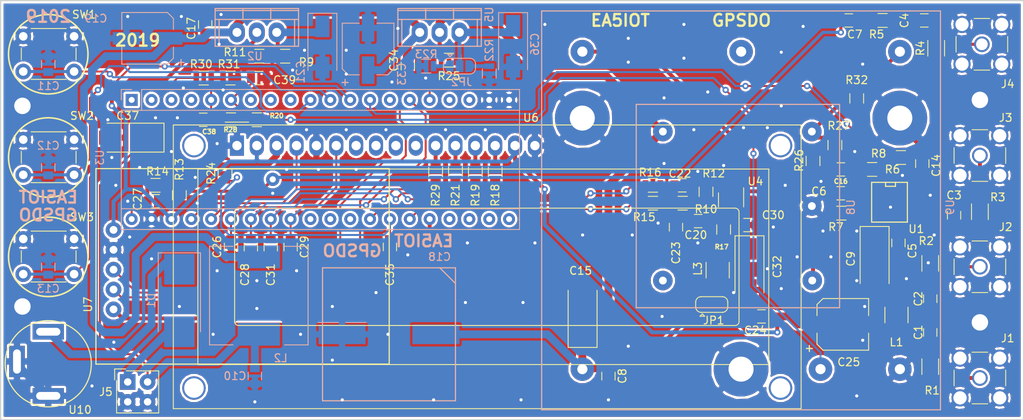
<source format=kicad_pcb>
(kicad_pcb (version 20171130) (host pcbnew "(5.0.1)-4")
  (title_block (title "EA5IOT GPSDO"))
  (layers (0 F.Cu signal) (31 B.Cu signal) (34 B.Paste user) (35 F.Paste user) (36 B.SilkS user) (37 F.SilkS user) (38 B.Mask user) (39 F.Mask user) (44 Edge.Cuts user))
  (net 0 "")
  (net 1 "Net-(C1-Pad2)")
  (net 2 "Net-(C1-Pad1)")
  (net 3 "Net-(C2-Pad2)")
  (net 4 "Net-(C3-Pad2)")
  (net 5 "Net-(C4-Pad2)")
  (net 6 GNDREF)
  (net 7 "Net-(C5-Pad1)")
  (net 8 "Net-(C6-Pad1)")
  (net 9 "Net-(C7-Pad2)")
  (net 10 "Net-(C7-Pad1)")
  (net 11 Vcc)
  (net 12 "Net-(C10-Pad1)")
  (net 13 "Net-(C11-Pad1)")
  (net 14 "Net-(C12-Pad1)")
  (net 15 "Net-(C13-Pad1)")
  (net 16 "Net-(C14-Pad1)")
  (net 17 "Net-(C16-Pad1)")
  (net 18 "Net-(C16-Pad2)")
  (net 19 "Net-(C17-Pad1)")
  (net 20 "Net-(C20-Pad1)")
  (net 21 "Net-(C21-Pad1)")
  (net 22 "Net-(C22-Pad2)")
  (net 23 "Net-(C22-Pad1)")
  (net 24 5Vcc)
  (net 25 "Net-(C26-Pad1)")
  (net 26 "Net-(C27-Pad2)")
  (net 27 "Net-(C28-Pad1)")
  (net 28 "Net-(C29-Pad1)")
  (net 29 "Net-(C30-Pad1)")
  (net 30 "Net-(C31-Pad1)")
  (net 31 "Net-(C35-Pad1)")
  (net 32 "Net-(C36-Pad1)")
  (net 33 "Net-(C37-Pad1)")
  (net 34 "Net-(D1-Pad1)")
  (net 35 "Net-(J1-Pad1)")
  (net 36 "Net-(J2-Pad1)")
  (net 37 "Net-(J3-Pad1)")
  (net 38 "Net-(J4-Pad1)")
  (net 39 "Net-(R8-Pad1)")
  (net 40 "Net-(R12-Pad2)")
  (net 41 "Net-(R15-Pad1)")
  (net 42 "Net-(R16-Pad1)")
  (net 43 "Net-(R18-Pad1)")
  (net 44 "Net-(R19-Pad1)")
  (net 45 "Net-(R20-Pad2)")
  (net 46 "Net-(R21-Pad1)")
  (net 47 "Net-(R27-Pad2)")
  (net 48 "Net-(R29-Pad1)")
  (net 49 "Net-(U1-Pad1)")
  (net 50 "Net-(U1-Pad5)")
  (net 51 "Net-(U3-Pad37)")
  (net 52 "Net-(U3-Pad36)")
  (net 53 "Net-(U3-Pad31)")
  (net 54 "Net-(U3-Pad30)")
  (net 55 "Net-(U3-Pad29)")
  (net 56 "Net-(U3-Pad25)")
  (net 57 "Net-(U3-Pad23)")
  (net 58 "Net-(U3-Pad22)")
  (net 59 "Net-(U3-Pad21)")
  (net 60 "Net-(U3-Pad18)")
  (net 61 "Net-(U3-Pad17)")
  (net 62 "Net-(U3-Pad16)")
  (net 63 "Net-(U3-Pad15)")
  (net 64 "Net-(U3-Pad14)")
  (net 65 "Net-(U3-Pad9)")
  (net 66 "Net-(U3-Pad8)")
  (net 67 "Net-(U3-Pad7)")
  (net 68 "Net-(U3-Pad4)")
  (net 69 "Net-(U3-Pad3)")
  (net 70 "Net-(U3-Pad2)")
  (net 71 "Net-(U3-Pad1)")
  (net 72 "Net-(U6-Pad10)")
  (net 73 "Net-(U6-Pad9)")
  (net 74 "Net-(U6-Pad8)")
  (net 75 "Net-(U6-Pad7)")
  (net 76 "Net-(U8-Pad4)")
  (net 77 "Net-(U9-Pad2)")
  (net 78 "Net-(C38-Pad2)")
  (net 79 "Net-(C39-Pad1)")
  (net 80 "Net-(U3-Pad24)")
  (net 81 "Net-(D1-Pad2)")
  (net 82 "Net-(JP1-Pad2)")
  (net 83 "Net-(JP2-Pad3)")
  (net 84 "Net-(JP2-Pad1)")
  (module Jumper:SolderJumper-3_P1.3mm_Open_RoundedPad1.0x1.5mm (layer B.Cu) (at 136.652 88.392)
    (fp_text reference JP2 (at 0.254 2.032) (layer B.SilkS) (effects (justify mirror)))
    (fp_text value SolderJumper_3_Open)
    (pad 2 smd rect (at 0 0) (size 1 1.5) (layers B.Cu B.Mask) (net 32 "Net-(C36-Pad1)"))
    (pad 3 smd custom (at 1.3 0) (size 1 0.5) (layers B.Cu B.Mask) (net 83 "Net-(JP2-Pad3)") (options (clearance outline) (anchor rect)) (primitives (gr_circle (center 0 -0.25) (end 0.5 -0.25) (width 0)) (gr_circle (center 0 0.25) (end 0.5 0.25) (width 0)) (gr_poly (pts (xy -0.55 0.75) (xy 0 0.75) (xy 0 -0.75) (xy -0.55 -0.75)) (width 0))))
    (pad 1 smd custom (at -1.3 0) (size 1 0.5) (layers B.Cu B.Mask) (net 84 "Net-(JP2-Pad1)") (options (clearance outline) (anchor rect)) (primitives (gr_circle (center 0 -0.25) (end 0.5 -0.25) (width 0)) (gr_circle (center 0 0.25) (end 0.5 0.25) (width 0)) (gr_poly (pts (xy 0.55 0.75) (xy 0 0.75) (xy 0 -0.75) (xy 0.55 -0.75)) (width 0))))
  )
  (module Modules:Maple_Mini (layer B.Cu) (at 94.742 92.71 270)
    (fp_text reference U3 (at 7.366 4.064 270) (layer B.SilkS) (effects (justify mirror)))
    (fp_text value Arduino_STM32F103C8T6_2)
    (pad 40 thru_hole circle (at 15.24 0 270) (size 1.524 1.524) (drill 0.762) (layers *.Cu *.Mask) (net 26 "Net-(C27-Pad2)"))
    (pad 39 thru_hole circle (at 15.24 -2.54 270) (size 1.524 1.524) (drill 0.762) (layers *.Cu *.Mask) (net 6 GNDREF))
    (pad 38 thru_hole circle (at 15.24 -5.08 270) (size 1.524 1.524) (drill 0.762) (layers *.Cu *.Mask) (net 24 5Vcc))
    (pad 37 thru_hole circle (at 15.24 -7.62 270) (size 1.524 1.524) (drill 0.762) (layers *.Cu *.Mask) (net 51 "Net-(U3-Pad37)"))
    (pad 36 thru_hole circle (at 15.24 -10.16 270) (size 1.524 1.524) (drill 0.762) (layers *.Cu *.Mask) (net 52 "Net-(U3-Pad36)"))
    (pad 35 thru_hole circle (at 15.24 -12.7 270) (size 1.524 1.524) (drill 0.762) (layers *.Cu *.Mask) (net 25 "Net-(C26-Pad1)"))
    (pad 34 thru_hole circle (at 15.24 -15.24 270) (size 1.524 1.524) (drill 0.762) (layers *.Cu *.Mask) (net 27 "Net-(C28-Pad1)"))
    (pad 33 thru_hole circle (at 15.24 -17.78 270) (size 1.524 1.524) (drill 0.762) (layers *.Cu *.Mask) (net 30 "Net-(C31-Pad1)"))
    (pad 32 thru_hole circle (at 15.24 -20.32 270) (size 1.524 1.524) (drill 0.762) (layers *.Cu *.Mask) (net 28 "Net-(C29-Pad1)"))
    (pad 31 thru_hole circle (at 15.24 -22.86 270) (size 1.524 1.524) (drill 0.762) (layers *.Cu *.Mask) (net 53 "Net-(U3-Pad31)"))
    (pad 30 thru_hole circle (at 15.24 -25.4 270) (size 1.524 1.524) (drill 0.762) (layers *.Cu *.Mask) (net 54 "Net-(U3-Pad30)"))
    (pad 29 thru_hole circle (at 15.24 -27.94 270) (size 1.524 1.524) (drill 0.762) (layers *.Cu *.Mask) (net 55 "Net-(U3-Pad29)"))
    (pad 28 thru_hole circle (at 15.24 -30.48 270) (size 1.524 1.524) (drill 0.762) (layers *.Cu *.Mask) (net 42 "Net-(R16-Pad1)"))
    (pad 27 thru_hole circle (at 15.24 -33.02 270) (size 1.524 1.524) (drill 0.762) (layers *.Cu *.Mask) (net 31 "Net-(C35-Pad1)"))
    (pad 26 thru_hole circle (at 15.24 -35.56 270) (size 1.524 1.524) (drill 0.762) (layers *.Cu *.Mask) (net 41 "Net-(R15-Pad1)"))
    (pad 25 thru_hole circle (at 15.24 -38.1 270) (size 1.524 1.524) (drill 0.762) (layers *.Cu *.Mask) (net 56 "Net-(U3-Pad25)"))
    (pad 24 thru_hole circle (at 15.24 -40.64 270) (size 1.524 1.524) (drill 0.762) (layers *.Cu *.Mask) (net 80 "Net-(U3-Pad24)"))
    (pad 23 thru_hole circle (at 15.24 -43.18 270) (size 1.524 1.524) (drill 0.762) (layers *.Cu *.Mask) (net 57 "Net-(U3-Pad23)"))
    (pad 22 thru_hole circle (at 15.24 -45.72 270) (size 1.524 1.524) (drill 0.762) (layers *.Cu *.Mask) (net 58 "Net-(U3-Pad22)"))
    (pad 21 thru_hole circle (at 15.24 -48.26 270) (size 1.524 1.524) (drill 0.762) (layers *.Cu *.Mask) (net 59 "Net-(U3-Pad21)"))
    (pad 20 thru_hole circle (at 0 -48.26 270) (size 1.524 1.524) (drill 0.762) (layers *.Cu *.Mask) (net 6 GNDREF))
    (pad 19 thru_hole circle (at 0 -45.72 270) (size 1.524 1.524) (drill 0.762) (layers *.Cu *.Mask) (net 6 GNDREF))
    (pad 18 thru_hole circle (at 0 -43.18 270) (size 1.524 1.524) (drill 0.762) (layers *.Cu *.Mask) (net 60 "Net-(U3-Pad18)"))
    (pad 17 thru_hole circle (at 0 -40.64 270) (size 1.524 1.524) (drill 0.762) (layers *.Cu *.Mask) (net 61 "Net-(U3-Pad17)"))
    (pad 16 thru_hole circle (at 0 -38.1 270) (size 1.524 1.524) (drill 0.762) (layers *.Cu *.Mask) (net 62 "Net-(U3-Pad16)"))
    (pad 15 thru_hole circle (at 0 -35.56 270) (size 1.524 1.524) (drill 0.762) (layers *.Cu *.Mask) (net 63 "Net-(U3-Pad15)"))
    (pad 14 thru_hole circle (at 0 -33.02 270) (size 1.524 1.524) (drill 0.762) (layers *.Cu *.Mask) (net 64 "Net-(U3-Pad14)"))
    (pad 13 thru_hole circle (at 0 -30.48 270) (size 1.524 1.524) (drill 0.762) (layers *.Cu *.Mask) (net 39 "Net-(R8-Pad1)"))
    (pad 12 thru_hole circle (at 0 -27.94 270) (size 1.524 1.524) (drill 0.762) (layers *.Cu *.Mask) (net 15 "Net-(C13-Pad1)"))
    (pad 11 thru_hole circle (at 0 -25.4 270) (size 1.524 1.524) (drill 0.762) (layers *.Cu *.Mask) (net 14 "Net-(C12-Pad1)"))
    (pad 10 thru_hole circle (at 0 -22.86 270) (size 1.524 1.524) (drill 0.762) (layers *.Cu *.Mask) (net 13 "Net-(C11-Pad1)"))
    (pad 9 thru_hole circle (at 0 -20.32 270) (size 1.524 1.524) (drill 0.762) (layers *.Cu *.Mask) (net 65 "Net-(U3-Pad9)"))
    (pad 8 thru_hole circle (at 0 -17.78 270) (size 1.524 1.524) (drill 0.762) (layers *.Cu *.Mask) (net 66 "Net-(U3-Pad8)"))
    (pad 7 thru_hole circle (at 0 -15.24 270) (size 1.524 1.524) (drill 0.762) (layers *.Cu *.Mask) (net 67 "Net-(U3-Pad7)"))
    (pad 6 thru_hole circle (at 0 -12.7 270) (size 1.524 1.524) (drill 0.762) (layers *.Cu *.Mask) (net 79 "Net-(C39-Pad1)"))
    (pad 5 thru_hole circle (at 0 -10.16 270) (size 1.524 1.524) (drill 0.762) (layers *.Cu *.Mask) (net 78 "Net-(C38-Pad2)"))
    (pad 4 thru_hole circle (at 0 -7.62 270) (size 1.524 1.524) (drill 0.762) (layers *.Cu *.Mask) (net 68 "Net-(U3-Pad4)"))
    (pad 3 thru_hole circle (at 0 -5.08 270) (size 1.524 1.524) (drill 0.762) (layers *.Cu *.Mask) (net 69 "Net-(U3-Pad3)"))
    (pad 2 thru_hole circle (at 0 -2.54 270) (size 1.524 1.524) (drill 0.762) (layers *.Cu *.Mask) (net 70 "Net-(U3-Pad2)"))
    (pad 1 thru_hole rect (at 0 0 270) (size 1.524 1.524) (drill 0.762) (layers *.Cu *.Mask) (net 71 "Net-(U3-Pad1)"))
  )
  (module Resistors_SMD:R_0805 (layer F.Cu) (at 193.106 100.076)
    (fp_text reference R8 (at -2.86 -0.508) (layer F.SilkS))
    (fp_text value 2K2)
    (pad 2 smd rect (at 0.95 0) (size 0.7 1.3) (layers F.Cu F.Paste F.Mask) (net 16 "Net-(C14-Pad1)"))
    (pad 1 smd rect (at -0.95 0) (size 0.7 1.3) (layers F.Cu F.Paste F.Mask) (net 39 "Net-(R8-Pad1)"))
  )
  (module Capacitors_SMD:C_0805 (layer F.Cu) (at 196.85 122.444 270)
    (fp_text reference C1 (at -0.016 1.524 270) (layer F.SilkS))
    (fp_text value 100nF)
    (pad 2 smd rect (at 1 0 270) (size 1 1.25) (layers F.Cu F.Paste F.Mask) (net 1 "Net-(C1-Pad2)"))
    (pad 1 smd rect (at -1 0 270) (size 1 1.25) (layers F.Cu F.Paste F.Mask) (net 2 "Net-(C1-Pad1)"))
  )
  (module Capacitors_SMD:C_0805 (layer F.Cu) (at 196.85 118.126 90)
    (fp_text reference C2 (at -0.016 -1.524 90) (layer F.SilkS))
    (fp_text value 100nF)
    (pad 2 smd rect (at 1 0 90) (size 1 1.25) (layers F.Cu F.Paste F.Mask) (net 3 "Net-(C2-Pad2)"))
    (pad 1 smd rect (at -1 0 90) (size 1 1.25) (layers F.Cu F.Paste F.Mask) (net 2 "Net-(C1-Pad1)"))
  )
  (module Capacitors_SMD:C_0805 (layer F.Cu) (at 199.898 107.458 270)
    (fp_text reference C3 (at -2.556 0) (layer F.SilkS))
    (fp_text value 100nF)
    (pad 2 smd rect (at 1 0 270) (size 1 1.25) (layers F.Cu F.Paste F.Mask) (net 4 "Net-(C3-Pad2)"))
    (pad 1 smd rect (at -1 0 270) (size 1 1.25) (layers F.Cu F.Paste F.Mask) (net 2 "Net-(C1-Pad1)"))
  )
  (module Capacitors_SMD:C_0805 (layer F.Cu) (at 196.088 82.55)
    (fp_text reference C4 (at -2.54 0 90) (layer F.SilkS))
    (fp_text value 100nF)
    (pad 2 smd rect (at 1 0) (size 1 1.25) (layers F.Cu F.Paste F.Mask) (net 5 "Net-(C4-Pad2)"))
    (pad 1 smd rect (at -1 0) (size 1 1.25) (layers F.Cu F.Paste F.Mask) (net 2 "Net-(C1-Pad1)"))
  )
  (module Capacitors_SMD:C_0805 (layer F.Cu) (at 192.786 110.998 270)
    (fp_text reference C5 (at 1.016 -1.778 270) (layer F.SilkS))
    (fp_text value 100nF)
    (pad 2 smd rect (at 1 0 270) (size 1 1.25) (layers F.Cu F.Paste F.Mask) (net 6 GNDREF))
    (pad 1 smd rect (at -1 0 270) (size 1 1.25) (layers F.Cu F.Paste F.Mask) (net 7 "Net-(C5-Pad1)"))
  )
  (module Capacitors_SMD:C_0805 (layer F.Cu) (at 185.404 104.648 180)
    (fp_text reference C6 (at 2.778 0.254 180) (layer F.SilkS))
    (fp_text value 100nF)
    (pad 1 smd rect (at -1 0 180) (size 1 1.25) (layers F.Cu F.Paste F.Mask) (net 8 "Net-(C6-Pad1)"))
    (pad 2 smd rect (at 1 0 180) (size 1 1.25) (layers F.Cu F.Paste F.Mask) (net 6 GNDREF))
  )
  (module Capacitors_SMD:C_0805 (layer F.Cu) (at 186.436 82.55)
    (fp_text reference C7 (at 0.762 1.778) (layer F.SilkS))
    (fp_text value 100nF)
    (pad 2 smd rect (at 1 0) (size 1 1.25) (layers F.Cu F.Paste F.Mask) (net 9 "Net-(C7-Pad2)"))
    (pad 1 smd rect (at -1 0) (size 1 1.25) (layers F.Cu F.Paste F.Mask) (net 10 "Net-(C7-Pad1)"))
  )
  (module Capacitors_SMD:C_0805 (layer F.Cu) (at 155.702 128.032 270)
    (fp_text reference C8 (at -0.016 -1.778 270) (layer F.SilkS))
    (fp_text value 100nF)
    (pad 2 smd rect (at 1 0 270) (size 1 1.25) (layers F.Cu F.Paste F.Mask) (net 6 GNDREF))
    (pad 1 smd rect (at -1 0 270) (size 1 1.25) (layers F.Cu F.Paste F.Mask) (net 11 Vcc))
  )
  (module Capacitors_Tantalum_SMD:CP_Tantalum_Case-C_EIA-6032-28_Wave (layer F.Cu) (at 189.738 113.199 270)
    (fp_text reference C9 (at -0.169 3.048 270) (layer F.SilkS))
    (fp_text value "10uF Tantalo")
    (pad 2 smd rect (at 2.625 0 270) (size 2.75 1.8) (layers F.Cu F.Paste F.Mask) (net 6 GNDREF))
    (pad 1 smd rect (at -2.625 0 270) (size 2.75 1.8) (layers F.Cu F.Paste F.Mask) (net 7 "Net-(C5-Pad1)"))
  )
  (module Capacitors_SMD:C_0805 (layer B.Cu) (at 110.49 128.016 270)
    (fp_text reference C10 (at 0 2.54) (layer B.SilkS) (effects (justify mirror)))
    (fp_text value 100nF)
    (pad 1 smd rect (at -1 0 270) (size 1 1.25) (layers B.Cu B.Paste B.Mask) (net 12 "Net-(C10-Pad1)"))
    (pad 2 smd rect (at 1 0 270) (size 1 1.25) (layers B.Cu B.Paste B.Mask) (net 6 GNDREF))
  )
  (module Capacitors_SMD:C_0805 (layer B.Cu) (at 84.074 88.138 90)
    (fp_text reference C11 (at -2.794 0 180) (layer B.SilkS) (effects (justify mirror)))
    (fp_text value 1nF)
    (pad 1 smd rect (at -1 0 90) (size 1 1.25) (layers B.Cu B.Paste B.Mask) (net 13 "Net-(C11-Pad1)"))
    (pad 2 smd rect (at 1 0 90) (size 1 1.25) (layers B.Cu B.Paste B.Mask) (net 6 GNDREF))
  )
  (module Capacitors_SMD:C_0805 (layer B.Cu) (at 84.074 101.346 90)
    (fp_text reference C12 (at 2.794 0 180) (layer B.SilkS) (effects (justify mirror)))
    (fp_text value 1nF)
    (pad 1 smd rect (at -1 0 90) (size 1 1.25) (layers B.Cu B.Paste B.Mask) (net 14 "Net-(C12-Pad1)"))
    (pad 2 smd rect (at 1 0 90) (size 1 1.25) (layers B.Cu B.Paste B.Mask) (net 6 GNDREF))
  )
  (module Capacitors_SMD:C_0805 (layer B.Cu) (at 84.074 114.062 90)
    (fp_text reference C13 (at -2.778 0 180) (layer B.SilkS) (effects (justify mirror)))
    (fp_text value 1nF)
    (pad 2 smd rect (at 1 0 90) (size 1 1.25) (layers B.Cu B.Paste B.Mask) (net 6 GNDREF))
    (pad 1 smd rect (at -1 0 90) (size 1 1.25) (layers B.Cu B.Paste B.Mask) (net 15 "Net-(C13-Pad1)"))
  )
  (module Capacitors_SMD:C_0805 (layer F.Cu) (at 195.834 100.854 90)
    (fp_text reference C14 (at -0.238 1.778 270) (layer F.SilkS))
    (fp_text value 100pF)
    (pad 1 smd rect (at -1 0 90) (size 1 1.25) (layers F.Cu F.Paste F.Mask) (net 16 "Net-(C14-Pad1)"))
    (pad 2 smd rect (at 1 0 90) (size 1 1.25) (layers F.Cu F.Paste F.Mask) (net 6 GNDREF))
  )
  (module Capacitors_Tantalum_SMD:CP_Tantalum_Case-C_EIA-6032-28_Wave (layer F.Cu) (at 152.4 120.057 90)
    (fp_text reference C15 (at 5.503 -0.254 180) (layer F.SilkS))
    (fp_text value "10uF Tantalo")
    (pad 1 smd rect (at -2.625 0 90) (size 2.75 1.8) (layers F.Cu F.Paste F.Mask) (net 11 Vcc))
    (pad 2 smd rect (at 2.625 0 90) (size 2.75 1.8) (layers F.Cu F.Paste F.Mask) (net 6 GNDREF))
  )
  (module Capacitors_SMD:C_0805 (layer F.Cu) (at 185.42 101.6 180)
    (fp_text reference C16 (at 0 -1.524) (layer F.SilkS) (effects (font (size 0.6 0.6))))
    (fp_text value 100nF)
    (pad 1 smd rect (at -1 0 180) (size 1 1.25) (layers F.Cu F.Paste F.Mask) (net 17 "Net-(C16-Pad1)"))
    (pad 2 smd rect (at 1 0 180) (size 1 1.25) (layers F.Cu F.Paste F.Mask) (net 18 "Net-(C16-Pad2)"))
  )
  (module Capacitors_SMD:C_0805 (layer F.Cu) (at 104.14 83.074 90)
    (fp_text reference C17 (at -0.492 -1.778 90) (layer F.SilkS))
    (fp_text value 100nF)
    (pad 2 smd rect (at 1 0 90) (size 1 1.25) (layers F.Cu F.Paste F.Mask) (net 6 GNDREF))
    (pad 1 smd rect (at -1 0 90) (size 1 1.25) (layers F.Cu F.Paste F.Mask) (net 19 "Net-(C17-Pad1)"))
  )
  (module "LIbrerias pcb:CP_Elec_10x10" (layer B.Cu) (at 136.144 122.682 180)
    (fp_text reference C18 (at 2.032 9.906 180) (layer B.SilkS) (effects (justify mirror)))
    (fp_text value "2200uF LOW ESR")
    (pad 2 smd rect (at 14.5 0) (size 6 2.5) (layers B.Cu B.Paste B.Mask) (net 6 GNDREF))
    (pad 1 smd rect (at 2.5 0) (size 6 2.5) (layers B.Cu B.Paste B.Mask) (net 11 Vcc))
  )
  (module Capacitors_SMD:CP_Elec_6.3x5.8 (layer B.Cu) (at 96.774 84.836 180)
    (fp_text reference C19 (at 6.604 2.54 180) (layer B.SilkS) (effects (justify mirror)))
    (fp_text value 100uF)
    (fp_text user + (at -4.28 -3.01 180) (layer B.SilkS) (effects (justify mirror)))
    (pad 2 smd rect (at 2.7 0) (size 3.5 1.6) (layers B.Cu B.Paste B.Mask) (net 6 GNDREF))
    (pad 1 smd rect (at -2.7 0) (size 3.5 1.6) (layers B.Cu B.Paste B.Mask) (net 19 "Net-(C17-Pad1)"))
  )
  (module Capacitors_SMD:C_0805 (layer F.Cu) (at 167.18 108.204)
    (fp_text reference C20 (at -0.302 1.778) (layer F.SilkS))
    (fp_text value "10uF Ceramico")
    (pad 1 smd rect (at -1 0) (size 1 1.25) (layers F.Cu F.Paste F.Mask) (net 20 "Net-(C20-Pad1)"))
    (pad 2 smd rect (at 1 0) (size 1 1.25) (layers F.Cu F.Paste F.Mask) (net 6 GNDREF))
  )
  (module Capacitors_Tantalum_SMD:CP_Tantalum_Case-C_EIA-6032-28_Wave (layer B.Cu) (at 119.126 85.937 270)
    (fp_text reference C21 (at 3.217 2.794 270) (layer B.SilkS) (effects (justify mirror)))
    (fp_text value "10uF Tantalo")
    (pad 2 smd rect (at 2.625 0 270) (size 2.75 1.8) (layers B.Cu B.Paste B.Mask) (net 6 GNDREF))
    (pad 1 smd rect (at -2.625 0 270) (size 2.75 1.8) (layers B.Cu B.Paste B.Mask) (net 21 "Net-(C21-Pad1)"))
  )
  (module Capacitors_SMD:C_0805 (layer F.Cu) (at 165.148 103.632)
    (fp_text reference C22 (at -0.302 -1.5) (layer F.SilkS))
    (fp_text value "10uF Ceramico")
    (pad 2 smd rect (at 1 0) (size 1 1.25) (layers F.Cu F.Paste F.Mask) (net 22 "Net-(C22-Pad2)"))
    (pad 1 smd rect (at -1 0) (size 1 1.25) (layers F.Cu F.Paste F.Mask) (net 23 "Net-(C22-Pad1)"))
  )
  (module Capacitors_SMD:C_0805 (layer F.Cu) (at 164.338 108.982 270)
    (fp_text reference C23 (at 3.286 0 270) (layer F.SilkS))
    (fp_text value 100pF)
    (pad 1 smd rect (at -1 0 270) (size 1 1.25) (layers F.Cu F.Paste F.Mask) (net 23 "Net-(C22-Pad1)"))
    (pad 2 smd rect (at 1 0 270) (size 1 1.25) (layers F.Cu F.Paste F.Mask) (net 6 GNDREF))
  )
  (module Capacitors_SMD:C_0805 (layer F.Cu) (at 175.276 120.396 180)
    (fp_text reference C24 (at 0.778 -1.778 180) (layer F.SilkS))
    (fp_text value 100nF)
    (pad 1 smd rect (at -1 0 180) (size 1 1.25) (layers F.Cu F.Paste F.Mask) (net 24 5Vcc))
    (pad 2 smd rect (at 1 0 180) (size 1 1.25) (layers F.Cu F.Paste F.Mask) (net 6 GNDREF))
  )
  (module Capacitors_SMD:C_0805 (layer F.Cu) (at 107.442 111.522 270)
    (fp_text reference C26 (at -0.016 1.778 270) (layer F.SilkS))
    (fp_text value 100pF)
    (pad 2 smd rect (at 1 0 270) (size 1 1.25) (layers F.Cu F.Paste F.Mask) (net 6 GNDREF))
    (pad 1 smd rect (at -1 0 270) (size 1 1.25) (layers F.Cu F.Paste F.Mask) (net 25 "Net-(C26-Pad1)"))
  )
  (module Capacitors_SMD:C_0805 (layer F.Cu) (at 97.79 105.664 180)
    (fp_text reference C27 (at 2.286 0.254 270) (layer F.SilkS))
    (fp_text value 100nF)
    (pad 1 smd rect (at -1 0 180) (size 1 1.25) (layers F.Cu F.Paste F.Mask) (net 6 GNDREF))
    (pad 2 smd rect (at 1 0 180) (size 1 1.25) (layers F.Cu F.Paste F.Mask) (net 26 "Net-(C27-Pad2)"))
  )
  (module Capacitors_SMD:C_0805 (layer F.Cu) (at 109.982 111.522 270)
    (fp_text reference C28 (at 3.54 0.762 270) (layer F.SilkS))
    (fp_text value 100pF)
    (pad 2 smd rect (at 1 0 270) (size 1 1.25) (layers F.Cu F.Paste F.Mask) (net 6 GNDREF))
    (pad 1 smd rect (at -1 0 270) (size 1 1.25) (layers F.Cu F.Paste F.Mask) (net 27 "Net-(C28-Pad1)"))
  )
  (module Capacitors_SMD:C_0805 (layer F.Cu) (at 115.062 111.522 270)
    (fp_text reference C29 (at -0.016 -1.778 270) (layer F.SilkS))
    (fp_text value 100pF)
    (pad 1 smd rect (at -1 0 270) (size 1 1.25) (layers F.Cu F.Paste F.Mask) (net 28 "Net-(C29-Pad1)"))
    (pad 2 smd rect (at 1 0 270) (size 1 1.25) (layers F.Cu F.Paste F.Mask) (net 6 GNDREF))
  )
  (module Capacitors_SMD:C_0805 (layer F.Cu) (at 173.498 108.712)
    (fp_text reference C30 (at 3.286 -1.27) (layer F.SilkS))
    (fp_text value 100nF)
    (pad 1 smd rect (at -1 0) (size 1 1.25) (layers F.Cu F.Paste F.Mask) (net 29 "Net-(C30-Pad1)"))
    (pad 2 smd rect (at 1 0) (size 1 1.25) (layers F.Cu F.Paste F.Mask) (net 6 GNDREF))
  )
  (module Capacitors_SMD:C_0805 (layer F.Cu) (at 112.522 111.522 270)
    (fp_text reference C31 (at 3.54 0 270) (layer F.SilkS))
    (fp_text value 100pF)
    (pad 1 smd rect (at -1 0 270) (size 1 1.25) (layers F.Cu F.Paste F.Mask) (net 30 "Net-(C31-Pad1)"))
    (pad 2 smd rect (at 1 0 270) (size 1 1.25) (layers F.Cu F.Paste F.Mask) (net 6 GNDREF))
  )
  (module Capacitors_Tantalum_SMD:CP_Tantalum_Case-C_EIA-6032-28_Wave (layer F.Cu) (at 173.736 114.385 270)
    (fp_text reference C32 (at -0.339 -3.556 270) (layer F.SilkS))
    (fp_text value "10uF Tantalo")
    (pad 1 smd rect (at -2.625 0 270) (size 2.75 1.8) (layers F.Cu F.Paste F.Mask) (net 29 "Net-(C30-Pad1)"))
    (pad 2 smd rect (at 2.625 0 270) (size 2.75 1.8) (layers F.Cu F.Paste F.Mask) (net 6 GNDREF))
  )
  (module Capacitors_SMD:CP_Elec_6.3x5.8 (layer B.Cu) (at 124.968 86.2 90)
    (fp_text reference C33 (at -3.208 4.318 90) (layer B.SilkS) (effects (justify mirror)))
    (fp_text value 100uF)
    (fp_text user + (at -4.28 -3.01 90) (layer B.SilkS) (effects (justify mirror)))
    (pad 1 smd rect (at -2.7 0 270) (size 3.5 1.6) (layers B.Cu B.Paste B.Mask) (net 19 "Net-(C17-Pad1)"))
    (pad 2 smd rect (at 2.7 0 270) (size 3.5 1.6) (layers B.Cu B.Paste B.Mask) (net 6 GNDREF))
  )
  (module Capacitors_SMD:C_0805 (layer F.Cu) (at 130.048 88.392 270)
    (fp_text reference C34 (at -0.762 1.778 270) (layer F.SilkS))
    (fp_text value 100nF)
    (pad 2 smd rect (at 1 0 270) (size 1 1.25) (layers F.Cu F.Paste F.Mask) (net 6 GNDREF))
    (pad 1 smd rect (at -1 0 270) (size 1 1.25) (layers F.Cu F.Paste F.Mask) (net 19 "Net-(C17-Pad1)"))
  )
  (module Capacitors_SMD:C_0805 (layer F.Cu) (at 127.762 111.506 270)
    (fp_text reference C35 (at 3.556 0 270) (layer F.SilkS))
    (fp_text value 100pF)
    (pad 2 smd rect (at 1 0 270) (size 1 1.25) (layers F.Cu F.Paste F.Mask) (net 6 GNDREF))
    (pad 1 smd rect (at -1 0 270) (size 1 1.25) (layers F.Cu F.Paste F.Mask) (net 31 "Net-(C35-Pad1)"))
  )
  (module Capacitors_Tantalum_SMD:CP_Tantalum_Case-C_EIA-6032-28_Wave (layer B.Cu) (at 143.51 85.852 270)
    (fp_text reference C36 (at -0.254 -2.794 270) (layer B.SilkS) (effects (justify mirror)))
    (fp_text value "10uF Tantalo")
    (pad 1 smd rect (at -2.625 0 270) (size 2.75 1.8) (layers B.Cu B.Paste B.Mask) (net 32 "Net-(C36-Pad1)"))
    (pad 2 smd rect (at 2.625 0 270) (size 2.75 1.8) (layers B.Cu B.Paste B.Mask) (net 6 GNDREF))
  )
  (module Capacitors_Tantalum_SMD:CP_Tantalum_Case-C_EIA-6032-28_Wave (layer F.Cu) (at 94.573 97.536 180)
    (fp_text reference C37 (at 0.339 2.794 180) (layer F.SilkS))
    (fp_text value "10uF Tantalo")
    (pad 2 smd rect (at 2.625 0 180) (size 2.75 1.8) (layers F.Cu F.Paste F.Mask) (net 6 GNDREF))
    (pad 1 smd rect (at -2.625 0 180) (size 2.75 1.8) (layers F.Cu F.Paste F.Mask) (net 33 "Net-(C37-Pad1)"))
  )
  (module Diodes_SMD:D_3220 (layer B.Cu) (at 100.838 118.364 270)
    (fp_text reference D1 (at 0 3.6 270) (layer B.SilkS) (effects (justify mirror)))
    (fp_text value MURS480ET3G)
    (pad 2 smd rect (at 4 0 180) (size 3.9 3.9) (layers B.Cu B.Paste B.Mask) (net 81 "Net-(D1-Pad2)"))
    (pad 1 smd rect (at -4 0 180) (size 3.9 3.9) (layers B.Cu B.Paste B.Mask) (net 34 "Net-(D1-Pad1)"))
  )
  (module Connectors:SMA_THT_Jack_Straight (layer F.Cu) (at 203.2 128.27 90)
    (fp_text reference J1 (at 5.08 3.556 180) (layer F.SilkS))
    (fp_text value Conn_Coaxial)
    (pad 2 thru_hole circle (at -2.54 2.54 90) (size 2.2 2.2) (drill 1.7) (layers *.Cu *.Mask) (net 6 GNDREF))
    (pad 2 thru_hole circle (at -2.54 -2.54 90) (size 2.2 2.2) (drill 1.7) (layers *.Cu *.Mask) (net 6 GNDREF))
    (pad 2 thru_hole circle (at 2.54 -2.54 90) (size 2.2 2.2) (drill 1.7) (layers *.Cu *.Mask) (net 6 GNDREF))
    (pad 2 thru_hole circle (at 2.54 2.54 90) (size 2.2 2.2) (drill 1.7) (layers *.Cu *.Mask) (net 6 GNDREF))
    (pad 1 thru_hole circle (at 0 0 90) (size 2 2) (drill 1.5) (layers *.Cu *.Mask) (net 35 "Net-(J1-Pad1)"))
  )
  (module Connectors:SMA_THT_Jack_Straight (layer F.Cu) (at 203.2 114.046 90)
    (fp_text reference J2 (at 5.08 3.302 180) (layer F.SilkS))
    (fp_text value Conn_Coaxial)
    (pad 1 thru_hole circle (at 0 0 90) (size 2 2) (drill 1.5) (layers *.Cu *.Mask) (net 36 "Net-(J2-Pad1)"))
    (pad 2 thru_hole circle (at 2.54 2.54 90) (size 2.2 2.2) (drill 1.7) (layers *.Cu *.Mask) (net 6 GNDREF))
    (pad 2 thru_hole circle (at 2.54 -2.54 90) (size 2.2 2.2) (drill 1.7) (layers *.Cu *.Mask) (net 6 GNDREF))
    (pad 2 thru_hole circle (at -2.54 -2.54 90) (size 2.2 2.2) (drill 1.7) (layers *.Cu *.Mask) (net 6 GNDREF))
    (pad 2 thru_hole circle (at -2.54 2.54 90) (size 2.2 2.2) (drill 1.7) (layers *.Cu *.Mask) (net 6 GNDREF))
  )
  (module Connectors:SMA_THT_Jack_Straight (layer F.Cu) (at 203.2 99.822 90)
    (fp_text reference J3 (at 4.826 3.302 180) (layer F.SilkS))
    (fp_text value Conn_Coaxial)
    (pad 2 thru_hole circle (at -2.54 2.54 90) (size 2.2 2.2) (drill 1.7) (layers *.Cu *.Mask) (net 6 GNDREF))
    (pad 2 thru_hole circle (at -2.54 -2.54 90) (size 2.2 2.2) (drill 1.7) (layers *.Cu *.Mask) (net 6 GNDREF))
    (pad 2 thru_hole circle (at 2.54 -2.54 90) (size 2.2 2.2) (drill 1.7) (layers *.Cu *.Mask) (net 6 GNDREF))
    (pad 2 thru_hole circle (at 2.54 2.54 90) (size 2.2 2.2) (drill 1.7) (layers *.Cu *.Mask) (net 6 GNDREF))
    (pad 1 thru_hole circle (at 0 0 90) (size 2 2) (drill 1.5) (layers *.Cu *.Mask) (net 37 "Net-(J3-Pad1)"))
  )
  (module Connectors:SMA_THT_Jack_Straight (layer F.Cu) (at 203.454 85.598 90)
    (fp_text reference J4 (at -5.08 3.302 180) (layer F.SilkS))
    (fp_text value Conn_Coaxial)
    (pad 1 thru_hole circle (at 0 0 90) (size 2 2) (drill 1.5) (layers *.Cu *.Mask) (net 38 "Net-(J4-Pad1)"))
    (pad 2 thru_hole circle (at 2.54 2.54 90) (size 2.2 2.2) (drill 1.7) (layers *.Cu *.Mask) (net 6 GNDREF))
    (pad 2 thru_hole circle (at 2.54 -2.54 90) (size 2.2 2.2) (drill 1.7) (layers *.Cu *.Mask) (net 6 GNDREF))
    (pad 2 thru_hole circle (at -2.54 -2.54 90) (size 2.2 2.2) (drill 1.7) (layers *.Cu *.Mask) (net 6 GNDREF))
    (pad 2 thru_hole circle (at -2.54 2.54 90) (size 2.2 2.2) (drill 1.7) (layers *.Cu *.Mask) (net 6 GNDREF))
  )
  (module Inductors_SMD:L_1210 (layer F.Cu) (at 192.532 120.216 270)
    (fp_text reference L1 (at 3.482 0) (layer F.SilkS))
    (fp_text value "100uH 290mA")
    (pad 1 smd rect (at -1.45 0 270) (size 0.9 2.5) (layers F.Cu F.Paste F.Mask) (net 7 "Net-(C5-Pad1)"))
    (pad 2 smd rect (at 1.45 0 270) (size 0.9 2.5) (layers F.Cu F.Paste F.Mask) (net 24 5Vcc))
  )
  (module Inductors_SMD:L_12x12mm_h6mm (layer B.Cu) (at 110.998 117.732 90)
    (fp_text reference L2 (at -7.998 2.794 180) (layer B.SilkS) (effects (justify mirror)))
    (fp_text value "100uH 4A")
    (pad 2 smd rect (at 4.95 0 90) (size 2.9 5.4) (layers B.Cu B.Paste B.Mask) (net 19 "Net-(C17-Pad1)"))
    (pad 1 smd rect (at -4.95 0 90) (size 2.9 5.4) (layers B.Cu B.Paste B.Mask) (net 12 "Net-(C10-Pad1)"))
  )
  (module Inductors_SMD:L_1210 (layer F.Cu) (at 169.672 114.48 270)
    (fp_text reference L3 (at -0.18 2.54 90) (layer F.SilkS))
    (fp_text value "100uH 290mA")
    (pad 2 smd rect (at 1.45 0 270) (size 0.9 2.5) (layers F.Cu F.Paste F.Mask) (net 82 "Net-(JP1-Pad2)"))
    (pad 1 smd rect (at -1.45 0 270) (size 0.9 2.5) (layers F.Cu F.Paste F.Mask) (net 29 "Net-(C30-Pad1)"))
  )
  (module Resistors_SMD:R_1206 (layer F.Cu) (at 196.85 126.82 90)
    (fp_text reference R1 (at -3.048 0.254 180) (layer F.SilkS))
    (fp_text value "50 ohm")
    (pad 2 smd rect (at 1.45 0 90) (size 0.9 1.7) (layers F.Cu F.Paste F.Mask) (net 1 "Net-(C1-Pad2)"))
    (pad 1 smd rect (at -1.45 0 90) (size 0.9 1.7) (layers F.Cu F.Paste F.Mask) (net 35 "Net-(J1-Pad1)"))
  )
  (module Resistors_SMD:R_1206 (layer F.Cu) (at 196.85 113.612 270)
    (fp_text reference R2 (at -2.868 0.508 180) (layer F.SilkS))
    (fp_text value "50 ohm")
    (pad 1 smd rect (at -1.45 0 270) (size 0.9 1.7) (layers F.Cu F.Paste F.Mask) (net 36 "Net-(J2-Pad1)"))
    (pad 2 smd rect (at 1.45 0 270) (size 0.9 1.7) (layers F.Cu F.Paste F.Mask) (net 3 "Net-(C2-Pad2)"))
  )
  (module Resistors_SMD:R_1206 (layer F.Cu) (at 203.2 107.008 270)
    (fp_text reference R3 (at -1.852 -2.286) (layer F.SilkS))
    (fp_text value "50 ohm")
    (pad 2 smd rect (at 1.45 0 270) (size 0.9 1.7) (layers F.Cu F.Paste F.Mask) (net 4 "Net-(C3-Pad2)"))
    (pad 1 smd rect (at -1.45 0 270) (size 0.9 1.7) (layers F.Cu F.Paste F.Mask) (net 37 "Net-(J3-Pad1)"))
  )
  (module Resistors_SMD:R_1206 (layer F.Cu) (at 197.612 86.106 90)
    (fp_text reference R4 (at 0 -2.032 90) (layer F.SilkS))
    (fp_text value "50 ohm")
    (pad 1 smd rect (at -1.45 0 90) (size 0.9 1.7) (layers F.Cu F.Paste F.Mask) (net 38 "Net-(J4-Pad1)"))
    (pad 2 smd rect (at 1.45 0 90) (size 0.9 1.7) (layers F.Cu F.Paste F.Mask) (net 5 "Net-(C4-Pad2)"))
  )
  (module Resistors_SMD:R_0805 (layer F.Cu) (at 190.754 82.55 180)
    (fp_text reference R5 (at 0.762 -1.778) (layer F.SilkS))
    (fp_text value 2K2)
    (pad 2 smd rect (at 0.95 0 180) (size 0.7 1.3) (layers F.Cu F.Paste F.Mask) (net 9 "Net-(C7-Pad2)"))
    (pad 1 smd rect (at -0.95 0 180) (size 0.7 1.3) (layers F.Cu F.Paste F.Mask) (net 2 "Net-(C1-Pad1)"))
  )
  (module Resistors_SMD:R_0805 (layer F.Cu) (at 189.418 101.6 180)
    (fp_text reference R6 (at -2.606 0 180) (layer F.SilkS))
    (fp_text value 2K2)
    (pad 2 smd rect (at 0.95 0 180) (size 0.7 1.3) (layers F.Cu F.Paste F.Mask) (net 17 "Net-(C16-Pad1)"))
    (pad 1 smd rect (at -0.95 0 180) (size 0.7 1.3) (layers F.Cu F.Paste F.Mask) (net 7 "Net-(C5-Pad1)"))
  )
  (module Resistors_SMD:R_0805 (layer F.Cu) (at 185.486 107.188 180)
    (fp_text reference R7 (at 0.696 -1.778 180) (layer F.SilkS))
    (fp_text value 2K2)
    (pad 1 smd rect (at -0.95 0 180) (size 0.7 1.3) (layers F.Cu F.Paste F.Mask) (net 17 "Net-(C16-Pad1)"))
    (pad 2 smd rect (at 0.95 0 180) (size 0.7 1.3) (layers F.Cu F.Paste F.Mask) (net 6 GNDREF))
  )
  (module Resistors_SMD:R_0805 (layer F.Cu) (at 114.366 87.122)
    (fp_text reference R9 (at 2.728 0.762) (layer F.SilkS))
    (fp_text value "365ohm 1%")
    (pad 1 smd rect (at -0.95 0) (size 0.7 1.3) (layers F.Cu F.Paste F.Mask) (net 21 "Net-(C21-Pad1)"))
    (pad 2 smd rect (at 0.95 0) (size 0.7 1.3) (layers F.Cu F.Paste F.Mask) (net 6 GNDREF))
  )
  (module Resistors_SMD:R_0805 (layer F.Cu) (at 165.198 105.918)
    (fp_text reference R10 (at 2.982 0.762) (layer F.SilkS))
    (fp_text value 10K)
    (pad 2 smd rect (at 0.95 0) (size 0.7 1.3) (layers F.Cu F.Paste F.Mask) (net 20 "Net-(C20-Pad1)"))
    (pad 1 smd rect (at -0.95 0) (size 0.7 1.3) (layers F.Cu F.Paste F.Mask) (net 23 "Net-(C22-Pad1)"))
  )
  (module Resistors_SMD:R_0805 (layer F.Cu) (at 111.064 87.122)
    (fp_text reference R11 (at -3.114 -0.508) (layer F.SilkS))
    (fp_text value "121ohm 1%")
    (pad 2 smd rect (at 0.95 0) (size 0.7 1.3) (layers F.Cu F.Paste F.Mask) (net 21 "Net-(C21-Pad1)"))
    (pad 1 smd rect (at -0.95 0) (size 0.7 1.3) (layers F.Cu F.Paste F.Mask) (net 24 5Vcc))
  )
  (module Resistors_SMD:R_0805 (layer F.Cu) (at 168.18 104.46 270)
    (fp_text reference R12 (at -2.352 -0.984 180) (layer F.SilkS))
    (fp_text value 560ohm)
    (pad 1 smd rect (at -0.95 0 270) (size 0.7 1.3) (layers F.Cu F.Paste F.Mask) (net 22 "Net-(C22-Pad2)"))
    (pad 2 smd rect (at 0.95 0 270) (size 0.7 1.3) (layers F.Cu F.Paste F.Mask) (net 40 "Net-(R12-Pad2)"))
  )
  (module Resistors_SMD:R_0805 (layer F.Cu) (at 100.838 104.902 90)
    (fp_text reference R13 (at 3.302 0 90) (layer F.SilkS))
    (fp_text value 100K)
    (pad 1 smd rect (at -0.95 0 90) (size 0.7 1.3) (layers F.Cu F.Paste F.Mask) (net 6 GNDREF))
    (pad 2 smd rect (at 0.95 0 90) (size 0.7 1.3) (layers F.Cu F.Paste F.Mask) (net 10 "Net-(C7-Pad1)"))
  )
  (module Resistors_SMD:R_0805 (layer F.Cu) (at 97.79 103.632)
    (fp_text reference R14 (at 0.254 -1.778) (layer F.SilkS))
    (fp_text value 169K)
    (pad 1 smd rect (at -0.95 0) (size 0.7 1.3) (layers F.Cu F.Paste F.Mask) (net 26 "Net-(C27-Pad2)"))
    (pad 2 smd rect (at 0.95 0) (size 0.7 1.3) (layers F.Cu F.Paste F.Mask) (net 10 "Net-(C7-Pad1)"))
  )
  (module Resistors_SMD:R_0805 (layer F.Cu) (at 161.388 105.918)
    (fp_text reference R15 (at -1.114 1.778) (layer F.SilkS))
    (fp_text value 10K)
    (pad 1 smd rect (at -0.95 0) (size 0.7 1.3) (layers F.Cu F.Paste F.Mask) (net 41 "Net-(R15-Pad1)"))
    (pad 2 smd rect (at 0.95 0) (size 0.7 1.3) (layers F.Cu F.Paste F.Mask) (net 23 "Net-(C22-Pad1)"))
  )
  (module Resistors_SMD:R_0805 (layer F.Cu) (at 161.388 103.632)
    (fp_text reference R16 (at -0.352 -1.65) (layer F.SilkS))
    (fp_text value 1M)
    (pad 2 smd rect (at 0.95 0) (size 0.7 1.3) (layers F.Cu F.Paste F.Mask) (net 23 "Net-(C22-Pad1)"))
    (pad 1 smd rect (at -0.95 0) (size 0.7 1.3) (layers F.Cu F.Paste F.Mask) (net 42 "Net-(R16-Pad1)"))
  )
  (module Resistors_SMD:R_0805 (layer F.Cu) (at 170.434 109.286 270)
    (fp_text reference R17 (at 2.22 0.254) (layer F.SilkS) (effects (font (size 0.6 0.6))))
    (fp_text value 1K)
    (pad 2 smd rect (at 0.95 0 270) (size 0.7 1.3) (layers F.Cu F.Paste F.Mask) (net 6 GNDREF))
    (pad 1 smd rect (at -0.95 0 270) (size 0.7 1.3) (layers F.Cu F.Paste F.Mask) (net 40 "Net-(R12-Pad2)"))
  )
  (module Resistors_SMD:R_0805 (layer F.Cu) (at 141.224 101.92 270)
    (fp_text reference R18 (at 2.982 0 270) (layer F.SilkS))
    (fp_text value 470)
    (pad 2 smd rect (at 0.95 0 270) (size 0.7 1.3) (layers F.Cu F.Paste F.Mask) (net 25 "Net-(C26-Pad1)"))
    (pad 1 smd rect (at -0.95 0 270) (size 0.7 1.3) (layers F.Cu F.Paste F.Mask) (net 43 "Net-(R18-Pad1)"))
  )
  (module Resistors_SMD:R_0805 (layer F.Cu) (at 138.684 101.92 270)
    (fp_text reference R19 (at 2.982 0 270) (layer F.SilkS))
    (fp_text value 470)
    (pad 1 smd rect (at -0.95 0 270) (size 0.7 1.3) (layers F.Cu F.Paste F.Mask) (net 44 "Net-(R19-Pad1)"))
    (pad 2 smd rect (at 0.95 0 270) (size 0.7 1.3) (layers F.Cu F.Paste F.Mask) (net 27 "Net-(C28-Pad1)"))
  )
  (module Resistors_SMD:R_0805 (layer F.Cu) (at 110.744 95.25)
    (fp_text reference R20 (at 2.54 -0.508) (layer F.SilkS) (effects (font (size 0.6 0.6))))
    (fp_text value 10K)
    (pad 2 smd rect (at 0.95 0) (size 0.7 1.3) (layers F.Cu F.Paste F.Mask) (net 45 "Net-(R20-Pad2)"))
    (pad 1 smd rect (at -0.95 0) (size 0.7 1.3) (layers F.Cu F.Paste F.Mask) (net 79 "Net-(C39-Pad1)"))
  )
  (module Resistors_SMD:R_0805 (layer F.Cu) (at 136.144 101.854 270)
    (fp_text reference R21 (at 3.048 0 270) (layer F.SilkS))
    (fp_text value 470)
    (pad 2 smd rect (at 0.95 0 270) (size 0.7 1.3) (layers F.Cu F.Paste F.Mask) (net 30 "Net-(C31-Pad1)"))
    (pad 1 smd rect (at -0.95 0 270) (size 0.7 1.3) (layers F.Cu F.Paste F.Mask) (net 46 "Net-(R21-Pad1)"))
  )
  (module Resistors_SMD:R_0805 (layer B.Cu) (at 140.462 89.342 270)
    (fp_text reference R22 (at -2.982 0 90) (layer B.SilkS) (effects (justify mirror)))
    (fp_text value "365ohm 1%")
    (pad 1 smd rect (at -0.95 0 270) (size 0.7 1.3) (layers B.Cu B.Paste B.Mask) (net 83 "Net-(JP2-Pad3)"))
    (pad 2 smd rect (at 0.95 0 270) (size 0.7 1.3) (layers B.Cu B.Paste B.Mask) (net 6 GNDREF))
  )
  (module Resistors_SMD:R_0805 (layer B.Cu) (at 132.4 88.392 180)
    (fp_text reference R23 (at 0 1.524 180) (layer B.SilkS) (effects (justify mirror)))
    (fp_text value "1K04 1%")
    (pad 1 smd rect (at -0.95 0 180) (size 0.7 1.3) (layers B.Cu B.Paste B.Mask) (net 84 "Net-(JP2-Pad1)"))
    (pad 2 smd rect (at 0.95 0 180) (size 0.7 1.3) (layers B.Cu B.Paste B.Mask) (net 6 GNDREF))
  )
  (module Resistors_SMD:R_0805 (layer F.Cu) (at 106.68 102.108 90)
    (fp_text reference R24 (at 0 -1.778 90) (layer F.SilkS))
    (fp_text value 1K)
    (pad 1 smd rect (at -0.95 0 90) (size 0.7 1.3) (layers F.Cu F.Paste F.Mask) (net 31 "Net-(C35-Pad1)"))
    (pad 2 smd rect (at 0.95 0 90) (size 0.7 1.3) (layers F.Cu F.Paste F.Mask) (net 33 "Net-(C37-Pad1)"))
  )
  (module Resistors_SMD:R_0805 (layer F.Cu) (at 135.316 87.63)
    (fp_text reference R25 (at 0 2.032) (layer F.SilkS))
    (fp_text value "121ohm 1%")
    (pad 2 smd rect (at 0.95 0) (size 0.7 1.3) (layers F.Cu F.Paste F.Mask) (net 32 "Net-(C36-Pad1)"))
    (pad 1 smd rect (at -0.95 0) (size 0.7 1.3) (layers F.Cu F.Paste F.Mask) (net 11 Vcc))
  )
  (module Resistors_SMD:R_0805 (layer F.Cu) (at 181.864 100.518 270)
    (fp_text reference R26 (at -0.066 1.778 270) (layer F.SilkS))
    (fp_text value Opcional)
    (pad 1 smd rect (at -0.95 0 270) (size 0.7 1.3) (layers F.Cu F.Paste F.Mask) (net 18 "Net-(C16-Pad2)"))
    (pad 2 smd rect (at 0.95 0 270) (size 0.7 1.3) (layers F.Cu F.Paste F.Mask) (net 6 GNDREF))
  )
  (module Resistors_SMD:R_0805 (layer F.Cu) (at 184.658 98.486 90)
    (fp_text reference R27 (at 2.474 0.508 180) (layer F.SilkS))
    (fp_text value Opcional)
    (pad 2 smd rect (at 0.95 0 90) (size 0.7 1.3) (layers F.Cu F.Paste F.Mask) (net 47 "Net-(R27-Pad2)"))
    (pad 1 smd rect (at -0.95 0 90) (size 0.7 1.3) (layers F.Cu F.Paste F.Mask) (net 18 "Net-(C16-Pad2)"))
  )
  (module Resistors_SMD:R_0805 (layer F.Cu) (at 107.442 95.25)
    (fp_text reference R28 (at -0.066 1.27 180) (layer F.SilkS) (effects (font (size 0.6 0.6))))
    (fp_text value 3K9)
    (pad 2 smd rect (at 0.95 0) (size 0.7 1.3) (layers F.Cu F.Paste F.Mask) (net 79 "Net-(C39-Pad1)"))
    (pad 1 smd rect (at -0.95 0) (size 0.7 1.3) (layers F.Cu F.Paste F.Mask) (net 6 GNDREF))
  )
  (module Resistors_SMD:R_0805 (layer F.Cu) (at 133.604 101.92 270)
    (fp_text reference R29 (at 2.982 0 270) (layer F.SilkS))
    (fp_text value 470)
    (pad 1 smd rect (at -0.95 0 270) (size 0.7 1.3) (layers F.Cu F.Paste F.Mask) (net 48 "Net-(R29-Pad1)"))
    (pad 2 smd rect (at 0.95 0 270) (size 0.7 1.3) (layers F.Cu F.Paste F.Mask) (net 28 "Net-(C29-Pad1)"))
  )
  (module Buttons_Switches_THT:SW_PUSH_6mm_h13mm (layer F.Cu) (at 80.876 84.582)
    (fp_text reference SW1 (at 7.77 -2.794 180) (layer F.SilkS))
    (fp_text value SW_Push)
    (pad 1 thru_hole circle (at 6.5 0 90) (size 2 2) (drill 1.1) (layers *.Cu *.Mask) (net 6 GNDREF))
    (pad 2 thru_hole circle (at 6.5 4.5 90) (size 2 2) (drill 1.1) (layers *.Cu *.Mask) (net 13 "Net-(C11-Pad1)"))
    (pad 1 thru_hole circle (at 0 0 90) (size 2 2) (drill 1.1) (layers *.Cu *.Mask) (net 6 GNDREF))
    (pad 2 thru_hole circle (at 0 4.5 90) (size 2 2) (drill 1.1) (layers *.Cu *.Mask) (net 13 "Net-(C11-Pad1)"))
  )
  (module Buttons_Switches_THT:SW_PUSH_6mm_h13mm (layer F.Cu) (at 80.876 97.79)
    (fp_text reference SW2 (at 7.516 -3.048 180) (layer F.SilkS))
    (fp_text value SW_Push)
    (pad 2 thru_hole circle (at 0 4.5 90) (size 2 2) (drill 1.1) (layers *.Cu *.Mask) (net 14 "Net-(C12-Pad1)"))
    (pad 1 thru_hole circle (at 0 0 90) (size 2 2) (drill 1.1) (layers *.Cu *.Mask) (net 6 GNDREF))
    (pad 2 thru_hole circle (at 6.5 4.5 90) (size 2 2) (drill 1.1) (layers *.Cu *.Mask) (net 14 "Net-(C12-Pad1)"))
    (pad 1 thru_hole circle (at 6.5 0 90) (size 2 2) (drill 1.1) (layers *.Cu *.Mask) (net 6 GNDREF))
  )
  (module Buttons_Switches_THT:SW_PUSH_6mm_h13mm (layer F.Cu) (at 80.876 110.49)
    (fp_text reference SW3 (at 7.516 -2.794 180) (layer F.SilkS))
    (fp_text value SW_Push)
    (pad 1 thru_hole circle (at 6.5 0 90) (size 2 2) (drill 1.1) (layers *.Cu *.Mask) (net 6 GNDREF))
    (pad 2 thru_hole circle (at 6.5 4.5 90) (size 2 2) (drill 1.1) (layers *.Cu *.Mask) (net 15 "Net-(C13-Pad1)"))
    (pad 1 thru_hole circle (at 0 0 90) (size 2 2) (drill 1.1) (layers *.Cu *.Mask) (net 6 GNDREF))
    (pad 2 thru_hole circle (at 0 4.5 90) (size 2 2) (drill 1.1) (layers *.Cu *.Mask) (net 15 "Net-(C13-Pad1)"))
  )
  (module SMD_Packages:SOIC-8-N (layer F.Cu) (at 191.643 105.791 270)
    (fp_text reference U1 (at 3.429 -3.429) (layer F.SilkS))
    (fp_text value OPA692)
    (pad 1 smd rect (at -1.905 3.175 270) (size 0.508 1.143) (layers F.Cu F.Paste F.Mask) (net 49 "Net-(U1-Pad1)"))
    (pad 2 smd rect (at -0.635 3.175 270) (size 0.508 1.143) (layers F.Cu F.Paste F.Mask) (net 8 "Net-(C6-Pad1)"))
    (pad 3 smd rect (at 0.635 3.175 270) (size 0.508 1.143) (layers F.Cu F.Paste F.Mask) (net 17 "Net-(C16-Pad1)"))
    (pad 4 smd rect (at 1.905 3.175 270) (size 0.508 1.143) (layers F.Cu F.Paste F.Mask) (net 6 GNDREF))
    (pad 5 smd rect (at 1.905 -3.175 270) (size 0.508 1.143) (layers F.Cu F.Paste F.Mask) (net 50 "Net-(U1-Pad5)"))
    (pad 6 smd rect (at 0.635 -3.175 270) (size 0.508 1.143) (layers F.Cu F.Paste F.Mask) (net 2 "Net-(C1-Pad1)"))
    (pad 7 smd rect (at -0.635 -3.175 270) (size 0.508 1.143) (layers F.Cu F.Paste F.Mask) (net 7 "Net-(C5-Pad1)"))
    (pad 8 smd rect (at -1.905 -3.175 270) (size 0.508 1.143) (layers F.Cu F.Paste F.Mask) (net 16 "Net-(C14-Pad1)"))
  )
  (module Power_Integrations:TO-220 (layer B.Cu) (at 110.744 84.074 180)
    (fp_text reference U2 (at 0.254 -3.048 180) (layer B.SilkS) (effects (justify mirror)))
    (fp_text value LM1084-ADJ)
    (pad 2 thru_hole oval (at 0 0 180) (size 2.032 2.54) (drill 1.143) (layers *.Cu *.Mask) (net 24 5Vcc))
    (pad 3 thru_hole oval (at 2.54 0 180) (size 2.032 2.54) (drill 1.143) (layers *.Cu *.Mask) (net 19 "Net-(C17-Pad1)"))
    (pad 1 thru_hole oval (at -2.54 0 180) (size 2.032 2.54) (drill 1.143) (layers *.Cu *.Mask) (net 21 "Net-(C21-Pad1)"))
  )
  (module TO_SOT_Packages_SMD:SOT-23-5 (layer F.Cu) (at 171.384 105.494 270)
    (fp_text reference U4 (at -2.37 -3.114) (layer F.SilkS))
    (fp_text value LMP7731)
    (pad 5 smd rect (at 1.1 -0.95 270) (size 1.06 0.65) (layers F.Cu F.Paste F.Mask) (net 29 "Net-(C30-Pad1)"))
    (pad 4 smd rect (at 1.1 0.95 270) (size 1.06 0.65) (layers F.Cu F.Paste F.Mask) (net 40 "Net-(R12-Pad2)"))
    (pad 3 smd rect (at -1.1 0.95 270) (size 1.06 0.65) (layers F.Cu F.Paste F.Mask) (net 20 "Net-(C20-Pad1)"))
    (pad 2 smd rect (at -1.1 0 270) (size 1.06 0.65) (layers F.Cu F.Paste F.Mask) (net 6 GNDREF))
    (pad 1 smd rect (at -1.1 -0.95 270) (size 1.06 0.65) (layers F.Cu F.Paste F.Mask) (net 22 "Net-(C22-Pad2)"))
  )
  (module Power_Integrations:TO-220 (layer B.Cu) (at 134.112 84.074 180)
    (fp_text reference U5 (at -6.35 2.286 90) (layer B.SilkS) (effects (justify mirror)))
    (fp_text value LM1084-ADJ)
    (pad 1 thru_hole oval (at -2.54 0 180) (size 2.032 2.54) (drill 1.143) (layers *.Cu *.Mask) (net 32 "Net-(C36-Pad1)"))
    (pad 3 thru_hole oval (at 2.54 0 180) (size 2.032 2.54) (drill 1.143) (layers *.Cu *.Mask) (net 19 "Net-(C17-Pad1)"))
    (pad 2 thru_hole oval (at 0 0 180) (size 2.032 2.54) (drill 1.143) (layers *.Cu *.Mask) (net 11 Vcc))
  )
  (module Displays:WC1602A (layer F.Cu) (at 108.204 98.552)
    (fp_text reference U6 (at 37.592 -3.556) (layer F.SilkS))
    (fp_text value "LCD 16x2")
    (pad "" thru_hole circle (at 69.5 0) (size 3 3) (drill 2.5) (layers *.Cu *.Mask))
    (pad "" thru_hole circle (at 69.49948 31.0007) (size 3 3) (drill 2.5) (layers *.Cu *.Mask))
    (pad "" thru_hole circle (at -5.4991 31.0007) (size 3 3) (drill 2.5) (layers *.Cu *.Mask))
    (pad "" thru_hole circle (at -5.4991 0) (size 3 3) (drill 2.5) (layers *.Cu *.Mask))
    (pad 16 thru_hole oval (at 38.1 0) (size 1.8 2.6) (drill 1.2) (layers *.Cu *.Mask) (net 6 GNDREF))
    (pad 15 thru_hole oval (at 35.56 0) (size 1.8 2.6) (drill 1.2) (layers *.Cu *.Mask) (net 24 5Vcc))
    (pad 14 thru_hole oval (at 33.02 0) (size 1.8 2.6) (drill 1.2) (layers *.Cu *.Mask) (net 43 "Net-(R18-Pad1)"))
    (pad 13 thru_hole oval (at 30.48 0) (size 1.8 2.6) (drill 1.2) (layers *.Cu *.Mask) (net 44 "Net-(R19-Pad1)"))
    (pad 12 thru_hole oval (at 27.94 0) (size 1.8 2.6) (drill 1.2) (layers *.Cu *.Mask) (net 46 "Net-(R21-Pad1)"))
    (pad 11 thru_hole oval (at 25.4 0) (size 1.8 2.6) (drill 1.2) (layers *.Cu *.Mask) (net 48 "Net-(R29-Pad1)"))
    (pad 10 thru_hole oval (at 22.86 0) (size 1.8 2.6) (drill 1.2) (layers *.Cu *.Mask) (net 72 "Net-(U6-Pad10)"))
    (pad 9 thru_hole oval (at 20.32 0) (size 1.8 2.6) (drill 1.2) (layers *.Cu *.Mask) (net 73 "Net-(U6-Pad9)"))
    (pad 8 thru_hole oval (at 17.78 0) (size 1.8 2.6) (drill 1.2) (layers *.Cu *.Mask) (net 74 "Net-(U6-Pad8)"))
    (pad 7 thru_hole oval (at 15.24 0) (size 1.8 2.6) (drill 1.2) (layers *.Cu *.Mask) (net 75 "Net-(U6-Pad7)"))
    (pad 6 thru_hole oval (at 12.7 0) (size 1.8 2.6) (drill 1.2) (layers *.Cu *.Mask) (net 52 "Net-(U3-Pad36)"))
    (pad 5 thru_hole oval (at 10.16 0) (size 1.8 2.6) (drill 1.2) (layers *.Cu *.Mask) (net 6 GNDREF))
    (pad 4 thru_hole oval (at 7.62 0) (size 1.8 2.6) (drill 1.2) (layers *.Cu *.Mask) (net 51 "Net-(U3-Pad37)"))
    (pad 3 thru_hole oval (at 5.08 0) (size 1.8 2.6) (drill 1.2) (layers *.Cu *.Mask) (net 33 "Net-(C37-Pad1)"))
    (pad 2 thru_hole oval (at 2.54 0) (size 1.8 2.6) (drill 1.2) (layers *.Cu *.Mask) (net 24 5Vcc))
    (pad 1 thru_hole rect (at 0 0) (size 1.8 2.6) (drill 1.2) (layers *.Cu *.Mask) (net 6 GNDREF))
  )
  (module "LIbrerias pcb:GY-NEO6MV2" (layer F.Cu) (at 90.17 126.492 90)
    (fp_text reference U7 (at 7.62 -1.016 270) (layer F.SilkS))
    (fp_text value NEO-6M)
    (pad 1 thru_hole circle (at 7 2.25 90) (size 2 2) (drill 1) (layers *.Cu *.Mask) (net 56 "Net-(U3-Pad25)"))
    (pad 2 thru_hole circle (at 9.54 2.25 90) (size 2 2) (drill 1) (layers *.Cu *.Mask) (net 63 "Net-(U3-Pad15)"))
    (pad 3 thru_hole circle (at 12.08 2.25 90) (size 2 2) (drill 1) (layers *.Cu *.Mask) (net 62 "Net-(U3-Pad16)"))
    (pad 4 thru_hole circle (at 14.62 2.25 90) (size 2 2) (drill 1) (layers *.Cu *.Mask) (net 6 GNDREF))
    (pad 5 thru_hole circle (at 17.16 2.25 90) (size 2 2) (drill 1) (layers *.Cu *.Mask) (net 24 5Vcc))
  )
  (module "LIbrerias pcb:CIT_OSC5A" (layer B.Cu) (at 181.757345 115.805778 90)
    (fp_text reference U8 (at 9.379778 4.932655 270) (layer B.SilkS) (effects (justify mirror)))
    (fp_text value OCXO-CTI_OSC5A)
    (pad 1 thru_hole circle (at 19.04586 -0.043003 90) (size 2.5 2.5) (drill 1) (layers *.Cu *.Mask) (net 47 "Net-(R27-Pad2)"))
    (pad 2 thru_hole circle (at 9.52086 -0.043003 90) (size 2.5 2.5) (drill 1) (layers *.Cu *.Mask) (net 6 GNDREF))
    (pad 3 thru_hole circle (at -0.00414 0.006997 90) (size 2.5 2.5) (drill 1) (layers *.Cu *.Mask) (net 22 "Net-(C22-Pad2)"))
    (pad 4 thru_hole circle (at -0.00414 -19.093003 90) (size 2.5 2.5) (drill 1) (layers *.Cu *.Mask) (net 76 "Net-(U8-Pad4)"))
    (pad 5 thru_hole circle (at 19.04586 -19.093003 90) (size 2.5 2.5) (drill 1) (layers *.Cu *.Mask) (net 11 Vcc))
  )
  (module "LIbrerias pcb:STP2145A" (layer B.Cu) (at 192.960344 86.536779 180)
    (fp_text reference U9 (at -6.429656 -19.889221 270) (layer B.SilkS) (effects (justify mirror)))
    (fp_text value STP2145A)
    (pad 1 thru_hole circle (at 40.591376 0 180) (size 3 3) (drill 1.3) (layers *.Cu *.Mask) (net 22 "Net-(C22-Pad2)"))
    (pad 2 thru_hole circle (at 20.291376 0 180) (size 3 3) (drill 1.3) (layers *.Cu *.Mask) (net 77 "Net-(U9-Pad2)"))
    (pad 3 thru_hole circle (at -0.008624 0 180) (size 3 3) (drill 1.3) (layers *.Cu *.Mask) (net 47 "Net-(R27-Pad2)"))
    (pad 4 thru_hole circle (at -0.008624 -40.6 180) (size 3 3) (drill 1.3) (layers *.Cu *.Mask) (net 6 GNDREF))
    (pad 5 thru_hole circle (at 10.141376 -40.6 180) (size 3 3) (drill 1.3) (layers *.Cu *.Mask) (net 45 "Net-(R20-Pad2)"))
    (pad 6 thru_hole circle (at 40.591376 -40.6 180) (size 3 3) (drill 1.3) (layers *.Cu *.Mask) (net 11 Vcc))
    (pad 7 thru_hole circle (at 20.3 -40.6 180) (size 7 7) (drill 3.2) (layers *.Cu *.Mask) (net 6 GNDREF))
    (pad 8 thru_hole circle (at 40.6 -8.5 180) (size 7 7) (drill 3.2) (layers *.Cu *.Mask) (net 6 GNDREF))
    (pad 9 thru_hole circle (at 0 -8.5 180) (size 7 7) (drill 3.2) (layers *.Cu *.Mask) (net 6 GNDREF))
  )
  (module Capacitors_SMD:C_0805 (layer F.Cu) (at 103.886 95.25)
    (fp_text reference C38 (at 0.762 1.524 180) (layer F.SilkS) (effects (font (size 0.6 0.6))))
    (fp_text value 1nF)
    (pad 1 smd rect (at -1 0) (size 1 1.25) (layers F.Cu F.Paste F.Mask) (net 6 GNDREF))
    (pad 2 smd rect (at 1 0) (size 1 1.25) (layers F.Cu F.Paste F.Mask) (net 78 "Net-(C38-Pad2)"))
  )
  (module Capacitors_SMD:C_0805 (layer F.Cu) (at 110.998 89.916)
    (fp_text reference C39 (at 3.302 0.254) (layer F.SilkS))
    (fp_text value 1nF)
    (pad 2 smd rect (at 1 0) (size 1 1.25) (layers F.Cu F.Paste F.Mask) (net 6 GNDREF))
    (pad 1 smd rect (at -1 0) (size 1 1.25) (layers F.Cu F.Paste F.Mask) (net 79 "Net-(C39-Pad1)"))
  )
  (module Resistors_SMD:R_0805 (layer F.Cu) (at 103.952 89.916)
    (fp_text reference R30 (at -0.32 -1.778) (layer F.SilkS))
    (fp_text value 10K)
    (pad 1 smd rect (at -0.95 0) (size 0.7 1.3) (layers F.Cu F.Paste F.Mask) (net 12 "Net-(C10-Pad1)"))
    (pad 2 smd rect (at 0.95 0) (size 0.7 1.3) (layers F.Cu F.Paste F.Mask) (net 78 "Net-(C38-Pad2)"))
  )
  (module Resistors_SMD:R_0805 (layer F.Cu) (at 107.376 89.916 180)
    (fp_text reference R31 (at 0.188 1.778 180) (layer F.SilkS))
    (fp_text value 1K56)
    (pad 2 smd rect (at 0.95 0 180) (size 0.7 1.3) (layers F.Cu F.Paste F.Mask) (net 78 "Net-(C38-Pad2)"))
    (pad 1 smd rect (at -0.95 0 180) (size 0.7 1.3) (layers F.Cu F.Paste F.Mask) (net 6 GNDREF))
  )
  (module Resistors_SMD:R_0805 (layer F.Cu) (at 187.452 92.522 270)
    (fp_text reference R32 (at -2.352 0 180) (layer F.SilkS))
    (fp_text value Opcional)
    (pad 2 smd rect (at 0.95 0 270) (size 0.7 1.3) (layers F.Cu F.Paste F.Mask) (net 6 GNDREF))
    (pad 1 smd rect (at -0.95 0 270) (size 0.7 1.3) (layers F.Cu F.Paste F.Mask) (net 47 "Net-(R27-Pad2)"))
  )
  (module Capacitors_SMD:CP_Elec_6.3x5.8 (layer F.Cu) (at 185.674 121.412)
    (fp_text reference C25 (at 0.762 4.826) (layer F.SilkS))
    (fp_text value 100uF)
    (fp_text user + (at -4.28 3.01) (layer F.SilkS))
    (pad 2 smd rect (at 2.7 0 180) (size 3.5 1.6) (layers F.Cu F.Paste F.Mask) (net 6 GNDREF))
    (pad 1 smd rect (at -2.7 0 180) (size 3.5 1.6) (layers F.Cu F.Paste F.Mask) (net 24 5Vcc))
  )
  (module "LIbrerias pcb:Jack_DC" (layer F.Cu) (at 84.074 122.356)
    (fp_text reference U10 (at 4.064 9.978) (layer F.SilkS))
    (fp_text value Jack_DC)
    (pad 1 thru_hole rect (at 0 0) (size 4 2) (drill oval 3.1 1) (layers *.Cu *.Mask) (net 34 "Net-(D1-Pad1)"))
    (pad 2 thru_hole rect (at -4 3.8 90) (size 4 2) (drill oval 3.1 1) (layers *.Cu *.Mask) (net 6 GNDREF))
    (pad 3 thru_hole rect (at 0 8.2) (size 4 2) (drill oval 3.1 1) (layers *.Cu *.Mask) (net 6 GNDREF))
  )
  (module Connectors_Samtec:SDL-104-X-XX_2x02 (layer F.Cu) (at 94.234 128.778)
    (fp_text reference J5 (at -2.794 1.27 180) (layer F.SilkS))
    (fp_text value Conn_02x02_Counter_Clockwise)
    (pad 4 thru_hole circle (at 2.54 2.54) (size 2 2) (drill 0.95) (layers *.Cu *.Mask) (net 6 GNDREF))
    (pad 2 thru_hole circle (at 2.54 0) (size 2 2) (drill 0.95) (layers *.Cu *.Mask) (net 12 "Net-(C10-Pad1)"))
    (pad 3 thru_hole circle (at 0 2.54) (size 2 2) (drill 0.95) (layers *.Cu *.Mask) (net 6 GNDREF))
    (pad 1 thru_hole rect (at 0 0) (size 2 2) (drill 0.95) (layers *.Cu *.Mask) (net 81 "Net-(D1-Pad2)"))
  )
  (module Jumper:SolderJumper-3_P1.3mm_Open_RoundedPad1.0x1.5mm (layer F.Cu) (at 168.91 118.872)
    (fp_text reference JP1 (at 0.254 2.032) (layer F.SilkS))
    (fp_text value SolderJumper_3_Open)
    (pad 1 smd custom (at -1.3 0) (size 1 0.5) (layers F.Cu F.Mask) (net 11 Vcc) (options (clearance outline) (anchor rect)) (primitives (gr_circle (center 0 0.25) (end 0.5 0.25) (width 0)) (gr_circle (center 0 -0.25) (end 0.5 -0.25) (width 0)) (gr_poly (pts (xy 0.55 -0.75) (xy 0 -0.75) (xy 0 0.75) (xy 0.55 0.75)) (width 0))))
    (pad 3 smd custom (at 1.3 0) (size 1 0.5) (layers F.Cu F.Mask) (net 24 5Vcc) (options (clearance outline) (anchor rect)) (primitives (gr_circle (center 0 0.25) (end 0.5 0.25) (width 0)) (gr_circle (center 0 -0.25) (end 0.5 -0.25) (width 0)) (gr_poly (pts (xy -0.55 -0.75) (xy 0 -0.75) (xy 0 0.75) (xy -0.55 0.75)) (width 0))))
    (pad 2 smd rect (at 0 0) (size 1 1.5) (layers F.Cu F.Mask) (net 82 "Net-(JP1-Pad2)"))
  )
  (gr_text 2019 (at 84.074 82.042) (layer B.SilkS) (effects (font (size 1.5 1.5) (thickness 0.3)) (justify mirror)))
  (gr_text GPSDO (at 84.074 107.442) (layer B.SilkS) (effects (font (size 1.5 1.5) (thickness 0.3)) (justify mirror)))
  (gr_text EA5IOT (at 84.074 105.156) (layer B.SilkS) (effects (font (size 1.5 1.5) (thickness 0.3)) (justify mirror)))
  (gr_text GPSDO (at 122.936 112.014) (layer B.SilkS) (effects (font (size 1.5 1.5) (thickness 0.3)) (justify mirror)))
  (gr_text EA5IOT (at 132.08 110.744) (layer B.SilkS) (effects (font (size 1.5 1.5) (thickness 0.3)) (justify mirror)))
  (gr_text 2019 (at 95.504 85.09) (layer F.SilkS) (effects (font (size 1.5 1.5) (thickness 0.3))))
  (gr_text GPSDO (at 172.72 82.55) (layer F.SilkS) (effects (font (size 1.5 1.5) (thickness 0.3))))
  (gr_text EA5IOT (at 157.226 82.55) (layer F.SilkS) (effects (font (size 1.5 1.5) (thickness 0.3))))
  (gr_line (start 77.978 80.01) (end 125.476 80.01) (layer Edge.Cuts) (width 0.15))
  (gr_line (start 77.978 80.518) (end 77.978 80.01) (layer Edge.Cuts) (width 0.15))
  (gr_line (start 77.978 81.026) (end 77.978 80.518) (layer Edge.Cuts) (width 0.15))
  (gr_line (start 77.978 81.534) (end 77.978 81.026) (layer Edge.Cuts) (width 0.15))
  (gr_line (start 77.978 133.604) (end 77.978 81.534) (layer Edge.Cuts) (width 0.15))
  (gr_line (start 204.47 133.604) (end 77.978 133.604) (layer Edge.Cuts) (width 0.15))
  (gr_line (start 208.788 133.604) (end 204.47 133.604) (layer Edge.Cuts) (width 0.15))
  (gr_line (start 208.788 133.35) (end 208.788 133.604) (layer Edge.Cuts) (width 0.15))
  (gr_line (start 208.788 80.01) (end 208.788 133.35) (layer Edge.Cuts) (width 0.15))
  (gr_line (start 125.476 80.01) (end 208.788 80.01) (layer Edge.Cuts) (width 0.15))
  (gr_circle (center 84.074 112.776) (end 89.154 112.776) (layer F.SilkS) (width 0.2))
  (gr_circle (center 84.074 100.076) (end 89.154 100.076) (layer F.SilkS) (width 0.2))
  (gr_circle (center 84.074 86.868) (end 89.154 86.868) (layer F.SilkS) (width 0.2))
  (segment (start 196.85 125.37) (end 196.85 123.444) (width 0.4) (layer F.Cu) (net 1))
  (segment (start 199.866 106.426) (end 199.898 106.458) (width 0.5) (layer F.Cu) (net 2))
  (segment (start 194.818 106.426) (end 197.866 106.426) (width 0.5) (layer F.Cu) (net 2))
  (segment (start 197.866 106.426) (end 198.374 106.426) (width 0.5) (layer F.Cu) (net 2))
  (segment (start 198.374 106.426) (end 199.866 106.426) (width 0.5) (layer F.Cu) (net 2))
  (segment (start 196.85 121.444) (end 196.85 119.126) (width 0.4) (layer F.Cu) (net 2))
  (segment (start 195.088 82.55) (end 191.704 82.55) (width 0.4) (layer F.Cu) (net 2))
  (segment (start 198.374 106.68) (end 198.374 106.426) (width 0.4) (layer F.Cu) (net 2))
  (segment (start 194.818 110.236) (end 198.374 106.68) (width 0.4) (layer F.Cu) (net 2))
  (segment (start 194.818 118.11) (end 194.818 110.236) (width 0.4) (layer F.Cu) (net 2))
  (segment (start 196.85 119.126) (end 195.834 119.126) (width 0.4) (layer F.Cu) (net 2))
  (segment (start 195.834 119.126) (end 194.818 118.11) (width 0.4) (layer F.Cu) (net 2))
  (segment (start 195.088 82.675) (end 195.072 82.691) (width 0.4) (layer F.Cu) (net 2))
  (segment (start 195.072 82.691) (end 195.072 83.82) (width 0.4) (layer F.Cu) (net 2))
  (segment (start 195.072 83.82) (end 195.58 84.328) (width 0.4) (layer F.Cu) (net 2))
  (segment (start 195.088 82.55) (end 195.088 82.675) (width 0.4) (layer F.Cu) (net 2))
  (segment (start 195.58 84.328) (end 195.58 88.9) (width 0.4) (layer F.Cu) (net 2))
  (segment (start 198.374 91.694) (end 198.374 106.426) (width 0.4) (layer F.Cu) (net 2))
  (segment (start 195.58 88.9) (end 198.374 91.694) (width 0.4) (layer F.Cu) (net 2))
  (segment (start 196.85 117.126) (end 196.85 115.062) (width 0.4) (layer F.Cu) (net 3))
  (segment (start 203.2 108.458) (end 199.898 108.458) (width 0.5) (layer F.Cu) (net 4))
  (segment (start 197.088 82.55) (end 197.104 82.55) (width 0.4) (layer F.Cu) (net 5))
  (segment (start 197.612 83.058) (end 197.612 84.656) (width 0.4) (layer F.Cu) (net 5))
  (segment (start 197.104 82.55) (end 197.612 83.058) (width 0.4) (layer F.Cu) (net 5))
  (via (at 203.2 121.158) (size 4) (drill 2.1) (layers F.Cu B.Cu) (net 6))
  (via (at 203.2 92.71) (size 4) (drill 2.1) (layers F.Cu B.Cu) (net 6))
  (via (at 80.772 119.126) (size 4) (drill 2.1) (layers F.Cu B.Cu) (net 6))
  (via (at 80.772 93.472) (size 4) (drill 2.1) (layers F.Cu B.Cu) (net 6))
  (segment (start 174.498 106.426) (end 174.498 108.712) (width 0.4) (layer F.Cu) (net 6))
  (segment (start 173.482 105.41) (end 174.498 106.426) (width 0.4) (layer F.Cu) (net 6))
  (segment (start 171.47 105.41) (end 173.482 105.41) (width 0.4) (layer F.Cu) (net 6))
  (segment (start 171.384 104.394) (end 171.384001 105.324001) (width 0.4) (layer F.Cu) (net 6))
  (segment (start 171.384001 105.324001) (end 171.47 105.41) (width 0.4) (layer F.Cu) (net 6))
  (segment (start 168.18 109.442) (end 168.18 108.204) (width 0.4) (layer F.Cu) (net 6))
  (segment (start 164.338 109.982) (end 167.64 109.982) (width 0.4) (layer F.Cu) (net 6))
  (segment (start 167.64 109.982) (end 168.18 109.442) (width 0.4) (layer F.Cu) (net 6))
  (segment (start 168.974 110.236) (end 168.18 109.442) (width 0.4) (layer F.Cu) (net 6))
  (segment (start 170.434 110.236) (end 168.974 110.236) (width 0.4) (layer F.Cu) (net 6))
  (segment (start 192.960344 96.996344) (end 192.960344 95.036779) (width 0.5) (layer F.Cu) (net 6))
  (segment (start 192.960344 95.980344) (end 192.960344 95.036779) (width 0.5) (layer F.Cu) (net 6))
  (segment (start 195.834 98.854) (end 192.960344 95.980344) (width 0.5) (layer F.Cu) (net 6))
  (segment (start 195.834 99.854) (end 195.834 98.854) (width 0.5) (layer F.Cu) (net 6))
  (segment (start 80.074 126.556) (end 84.074 130.556) (width 1) (layer B.Cu) (net 6))
  (segment (start 80.074 126.156) (end 80.074 126.556) (width 1) (layer B.Cu) (net 6))
  (segment (start 98.978 105.852) (end 98.79 105.664) (width 0.4) (layer F.Cu) (net 6))
  (segment (start 100.838 105.852) (end 98.978 105.852) (width 0.4) (layer F.Cu) (net 6))
  (segment (start 99.314 106.188) (end 98.79 105.664) (width 0.4) (layer F.Cu) (net 6))
  (via (at 125.984 117.348) (size 0.8) (drill 0.4) (layers F.Cu B.Cu) (net 6))
  (via (at 115.824 114.554) (size 0.8) (drill 0.4) (layers F.Cu B.Cu) (net 6))
  (via (at 105.664 114.554) (size 0.8) (drill 0.4) (layers F.Cu B.Cu) (net 6))
  (via (at 92.202 100.076) (size 0.8) (drill 0.4) (layers F.Cu B.Cu) (net 6))
  (via (at 91.694 95.25) (size 0.8) (drill 0.4) (layers F.Cu B.Cu) (net 6))
  (via (at 193.802 115.57) (size 0.8) (drill 0.4) (layers F.Cu B.Cu) (net 6))
  (via (at 105.918 85.598) (size 0.8) (drill 0.4) (layers F.Cu B.Cu) (net 6))
  (via (at 106.172 81.788) (size 0.8) (drill 0.4) (layers F.Cu B.Cu) (net 6))
  (via (at 94.234 82.042) (size 0.8) (drill 0.4) (layers F.Cu B.Cu) (net 6))
  (via (at 97.79 94.996) (size 0.8) (drill 0.4) (layers F.Cu B.Cu) (net 6))
  (via (at 100.584 94.996) (size 0.8) (drill 0.4) (layers F.Cu B.Cu) (net 6))
  (via (at 99.822 99.314) (size 0.8) (drill 0.4) (layers F.Cu B.Cu) (net 6))
  (via (at 105.664 98.298) (size 0.8) (drill 0.4) (layers F.Cu B.Cu) (net 6))
  (via (at 101.346 91.186) (size 0.8) (drill 0.4) (layers F.Cu B.Cu) (net 6))
  (via (at 106.426 91.44) (size 0.8) (drill 0.4) (layers F.Cu B.Cu) (net 6))
  (via (at 115.316 88.9) (size 0.8) (drill 0.4) (layers F.Cu B.Cu) (net 6))
  (via (at 116.84 86.36) (size 0.8) (drill 0.4) (layers F.Cu B.Cu) (net 6))
  (via (at 122.174 86.36) (size 0.8) (drill 0.4) (layers F.Cu B.Cu) (net 6))
  (via (at 128.778 83.566) (size 0.8) (drill 0.4) (layers F.Cu B.Cu) (net 6))
  (via (at 95.758 101.346) (size 0.8) (drill 0.4) (layers F.Cu B.Cu) (net 6))
  (via (at 102.87 102.616) (size 0.8) (drill 0.4) (layers F.Cu B.Cu) (net 6))
  (via (at 94.488 110.236) (size 0.8) (drill 0.4) (layers F.Cu B.Cu) (net 6))
  (via (at 112.776 104.648) (size 0.8) (drill 0.4) (layers F.Cu B.Cu) (net 6))
  (via (at 114.554 101.6) (size 0.8) (drill 0.4) (layers F.Cu B.Cu) (net 6))
  (via (at 118.618 101.6) (size 0.8) (drill 0.4) (layers F.Cu B.Cu) (net 6))
  (via (at 123.444 101.6) (size 0.8) (drill 0.4) (layers F.Cu B.Cu) (net 6))
  (via (at 97.282 113.03) (size 0.8) (drill 0.4) (layers F.Cu B.Cu) (net 6))
  (via (at 100.838 119.126) (size 0.8) (drill 0.4) (layers F.Cu B.Cu) (net 6))
  (via (at 110.744 115.824) (size 0.8) (drill 0.4) (layers F.Cu B.Cu) (net 6))
  (via (at 103.124 105.918) (size 0.8) (drill 0.4) (layers F.Cu B.Cu) (net 6))
  (via (at 94.234 105.664) (size 0.8) (drill 0.4) (layers F.Cu B.Cu) (net 6))
  (via (at 92.456 123.698) (size 0.8) (drill 0.4) (layers F.Cu B.Cu) (net 6))
  (via (at 89.662 129.286) (size 0.8) (drill 0.4) (layers F.Cu B.Cu) (net 6))
  (via (at 110.49 131.318) (size 0.8) (drill 0.4) (layers F.Cu B.Cu) (net 6))
  (via (at 121.666 131.064) (size 0.8) (drill 0.4) (layers F.Cu B.Cu) (net 6))
  (via (at 116.332 122.682) (size 0.8) (drill 0.4) (layers F.Cu B.Cu) (net 6))
  (via (at 127.508 122.682) (size 0.8) (drill 0.4) (layers F.Cu B.Cu) (net 6))
  (via (at 105.156 122.682) (size 0.8) (drill 0.4) (layers F.Cu B.Cu) (net 6))
  (via (at 130.048 112.522) (size 0.8) (drill 0.4) (layers F.Cu B.Cu) (net 6))
  (via (at 133.35 131.064) (size 0.8) (drill 0.4) (layers F.Cu B.Cu) (net 6))
  (via (at 144.526 131.064) (size 0.8) (drill 0.4) (layers F.Cu B.Cu) (net 6))
  (via (at 155.702 131.064) (size 0.8) (drill 0.4) (layers F.Cu B.Cu) (net 6))
  (via (at 187.452 130.556) (size 0.8) (drill 0.4) (layers F.Cu B.Cu) (net 6))
  (via (at 144.78 118.618) (size 0.8) (drill 0.4) (layers F.Cu B.Cu) (net 6))
  (via (at 152.4 109.982) (size 0.8) (drill 0.4) (layers F.Cu B.Cu) (net 6))
  (via (at 158.242 124.206) (size 0.8) (drill 0.4) (layers F.Cu B.Cu) (net 6))
  (via (at 158.75 109.982) (size 0.8) (drill 0.4) (layers F.Cu B.Cu) (net 6))
  (via (at 167.132 110.998) (size 0.8) (drill 0.4) (layers F.Cu B.Cu) (net 6))
  (via (at 177.8 116.84) (size 0.8) (drill 0.4) (layers F.Cu B.Cu) (net 6))
  (via (at 171.704 117.348) (size 0.8) (drill 0.4) (layers F.Cu B.Cu) (net 6))
  (via (at 170.434 101.092) (size 0.8) (drill 0.4) (layers F.Cu B.Cu) (net 6))
  (via (at 166.624 96.52) (size 0.8) (drill 0.4) (layers F.Cu B.Cu) (net 6))
  (via (at 162.814 92.456) (size 0.8) (drill 0.4) (layers F.Cu B.Cu) (net 6))
  (via (at 158.242 87.884) (size 0.8) (drill 0.4) (layers F.Cu B.Cu) (net 6))
  (via (at 158.242 84.836) (size 0.8) (drill 0.4) (layers F.Cu B.Cu) (net 6))
  (via (at 168.402 91.694) (size 0.8) (drill 0.4) (layers F.Cu B.Cu) (net 6))
  (via (at 165.354 87.376) (size 0.8) (drill 0.4) (layers F.Cu B.Cu) (net 6))
  (via (at 172.974 96.266) (size 0.8) (drill 0.4) (layers F.Cu B.Cu) (net 6))
  (via (at 176.022 96.266) (size 0.8) (drill 0.4) (layers F.Cu B.Cu) (net 6))
  (via (at 177.8 93.472) (size 0.8) (drill 0.4) (layers F.Cu B.Cu) (net 6))
  (via (at 177.8 86.614) (size 0.8) (drill 0.4) (layers F.Cu B.Cu) (net 6))
  (via (at 165.354 83.058) (size 0.8) (drill 0.4) (layers F.Cu B.Cu) (net 6))
  (via (at 147.574 83.058) (size 0.8) (drill 0.4) (layers F.Cu B.Cu) (net 6))
  (via (at 180.594 83.312) (size 0.8) (drill 0.4) (layers F.Cu B.Cu) (net 6))
  (via (at 188.214 88.138) (size 0.8) (drill 0.4) (layers F.Cu B.Cu) (net 6))
  (via (at 178.308 103.632) (size 0.8) (drill 0.4) (layers F.Cu B.Cu) (net 6))
  (via (at 162.814 100.838) (size 0.8) (drill 0.4) (layers F.Cu B.Cu) (net 6))
  (via (at 176.784 108.966) (size 0.8) (drill 0.4) (layers F.Cu B.Cu) (net 6))
  (via (at 179.832 112.776) (size 0.8) (drill 0.4) (layers F.Cu B.Cu) (net 6))
  (via (at 184.15 112.776) (size 0.8) (drill 0.4) (layers F.Cu B.Cu) (net 6))
  (via (at 183.134 109.474) (size 0.8) (drill 0.4) (layers F.Cu B.Cu) (net 6))
  (via (at 182.88 103.124) (size 0.8) (drill 0.4) (layers F.Cu B.Cu) (net 6))
  (via (at 187.452 109.474) (size 0.8) (drill 0.4) (layers F.Cu B.Cu) (net 6))
  (via (at 187.452 115.824) (size 0.8) (drill 0.4) (layers F.Cu B.Cu) (net 6))
  (via (at 188.468 119.126) (size 0.8) (drill 0.4) (layers F.Cu B.Cu) (net 6))
  (via (at 188.214 123.444) (size 0.8) (drill 0.4) (layers F.Cu B.Cu) (net 6))
  (via (at 196.596 113.538) (size 0.8) (drill 0.4) (layers F.Cu B.Cu) (net 6))
  (via (at 197.358 109.982) (size 0.8) (drill 0.4) (layers F.Cu B.Cu) (net 6))
  (via (at 191.77 106.426) (size 0.8) (drill 0.4) (layers F.Cu B.Cu) (net 6))
  (via (at 193.294 102.362) (size 0.8) (drill 0.4) (layers F.Cu B.Cu) (net 6))
  (via (at 187.198 99.314) (size 0.8) (drill 0.4) (layers F.Cu B.Cu) (net 6))
  (via (at 196.85 104.902) (size 0.8) (drill 0.4) (layers F.Cu B.Cu) (net 6))
  (via (at 176.022 114.3) (size 0.8) (drill 0.4) (layers F.Cu B.Cu) (net 6))
  (via (at 162.56 120.396) (size 0.8) (drill 0.4) (layers F.Cu B.Cu) (net 6))
  (via (at 162.052 108.458) (size 0.8) (drill 0.4) (layers F.Cu B.Cu) (net 6))
  (via (at 167.132 101.854) (size 0.8) (drill 0.4) (layers F.Cu B.Cu) (net 6))
  (via (at 137.414 118.618) (size 0.8) (drill 0.4) (layers F.Cu B.Cu) (net 6))
  (via (at 137.668 110.998) (size 0.8) (drill 0.4) (layers F.Cu B.Cu) (net 6))
  (via (at 146.304 110.998) (size 0.8) (drill 0.4) (layers F.Cu B.Cu) (net 6))
  (via (at 110.744 119.38) (size 0.8) (drill 0.4) (layers F.Cu B.Cu) (net 6))
  (via (at 120.396 119.126) (size 0.8) (drill 0.4) (layers F.Cu B.Cu) (net 6))
  (via (at 120.396 125.984) (size 0.8) (drill 0.4) (layers F.Cu B.Cu) (net 6))
  (via (at 132.334 89.916) (size 0.8) (drill 0.4) (layers F.Cu B.Cu) (net 6))
  (via (at 128.016 90.424) (size 0.8) (drill 0.4) (layers F.Cu B.Cu) (net 6))
  (via (at 122.174 96.52) (size 0.8) (drill 0.4) (layers F.Cu B.Cu) (net 6))
  (via (at 127.254 96.52) (size 0.8) (drill 0.4) (layers F.Cu B.Cu) (net 6))
  (via (at 134.874 96.52) (size 0.8) (drill 0.4) (layers F.Cu B.Cu) (net 6))
  (via (at 139.954 96.52) (size 0.8) (drill 0.4) (layers F.Cu B.Cu) (net 6))
  (via (at 117.094 96.52) (size 0.8) (drill 0.4) (layers F.Cu B.Cu) (net 6))
  (via (at 122.174 89.408) (size 0.8) (drill 0.4) (layers F.Cu B.Cu) (net 6))
  (via (at 101.092 82.042) (size 0.8) (drill 0.4) (layers F.Cu B.Cu) (net 6))
  (via (at 92.71 103.632) (size 0.8) (drill 0.4) (layers F.Cu B.Cu) (net 6))
  (segment (start 194.818 105.156) (end 193.294 105.156) (width 0.5) (layer F.Cu) (net 7))
  (segment (start 193.294 105.156) (end 193.294 109.998) (width 0.5) (layer F.Cu) (net 7))
  (segment (start 190.822 109.998) (end 189.738 111.082) (width 0.5) (layer F.Cu) (net 7))
  (segment (start 193.294 109.998) (end 190.822 109.998) (width 0.5) (layer F.Cu) (net 7))
  (segment (start 189.738 111.76) (end 189.738 110.574) (width 0.5) (layer F.Cu) (net 7))
  (segment (start 192.532 118.766) (end 192.532 114.554) (width 0.5) (layer F.Cu) (net 7))
  (segment (start 192.532 114.554) (end 189.738 111.76) (width 0.5) (layer F.Cu) (net 7))
  (segment (start 193.294 104.394) (end 193.294 105.156) (width 0.5) (layer F.Cu) (net 7))
  (segment (start 190.368 101.6) (end 190.5 101.6) (width 0.5) (layer F.Cu) (net 7))
  (segment (start 190.5 101.6) (end 193.294 104.394) (width 0.5) (layer F.Cu) (net 7))
  (segment (start 186.404 104.648) (end 186.436 104.648) (width 0.5) (layer F.Cu) (net 8))
  (segment (start 186.944 105.156) (end 188.468 105.156) (width 0.5) (layer F.Cu) (net 8))
  (segment (start 186.436 104.648) (end 186.944 105.156) (width 0.5) (layer F.Cu) (net 8))
  (segment (start 189.804 82.55) (end 187.436 82.55) (width 0.4) (layer F.Cu) (net 9))
  (segment (start 99.06 103.952) (end 98.74 103.632) (width 0.4) (layer F.Cu) (net 10))
  (segment (start 100.838 103.952) (end 99.06 103.952) (width 0.4) (layer F.Cu) (net 10))
  (via (at 185.42 84.074) (size 0.8) (drill 0.4) (layers F.Cu B.Cu) (net 10))
  (segment (start 185.42 82.566) (end 185.436 82.55) (width 0.4) (layer F.Cu) (net 10))
  (segment (start 185.42 84.074) (end 185.42 82.566) (width 0.4) (layer F.Cu) (net 10))
  (via (at 112.776004 102.87) (size 1.7) (drill 0.8) (layers F.Cu B.Cu) (net 10))
  (segment (start 113.030004 102.616) (end 112.776004 102.87) (width 0.4) (layer B.Cu) (net 10))
  (segment (start 164.592 102.616) (end 113.030004 102.616) (width 0.4) (layer B.Cu) (net 10))
  (segment (start 185.42 84.074) (end 183.134 84.074) (width 0.4) (layer B.Cu) (net 10))
  (segment (start 183.134 84.074) (end 164.592 102.616) (width 0.4) (layer B.Cu) (net 10))
  (segment (start 111.926005 103.719999) (end 112.776004 102.87) (width 0.4) (layer F.Cu) (net 10))
  (segment (start 111.252004 104.394) (end 111.926005 103.719999) (width 0.4) (layer F.Cu) (net 10))
  (segment (start 100.838 103.952) (end 101.28 104.394) (width 0.4) (layer F.Cu) (net 10))
  (segment (start 101.28 104.394) (end 111.252004 104.394) (width 0.4) (layer F.Cu) (net 10))
  (segment (start 152.368968 122.713032) (end 152.4 122.682) (width 1) (layer F.Cu) (net 11))
  (segment (start 152.368968 127.136779) (end 152.368968 122.713032) (width 1) (layer F.Cu) (net 11))
  (segment (start 152.473747 127.032) (end 152.368968 127.136779) (width 1) (layer F.Cu) (net 11))
  (segment (start 155.702 127.032) (end 152.473747 127.032) (width 1) (layer F.Cu) (net 11))
  (segment (start 147.914189 122.682) (end 152.368968 127.136779) (width 1) (layer B.Cu) (net 11))
  (segment (start 133.644 122.682) (end 147.914189 122.682) (width 1) (layer B.Cu) (net 11))
  (segment (start 155.702 125.532) (end 155.702 127.032) (width 1) (layer F.Cu) (net 11))
  (segment (start 155.702 103.632) (end 155.702 125.532) (width 1) (layer F.Cu) (net 11))
  (segment (start 162.664342 96.759918) (end 162.574082 96.759918) (width 1) (layer F.Cu) (net 11))
  (segment (start 162.574082 96.759918) (end 155.702 103.632) (width 1) (layer F.Cu) (net 11))
  (segment (start 134.366 87.63) (end 134.366 85.852) (width 0.5) (layer F.Cu) (net 11))
  (segment (start 134.366 85.852) (end 134.112 85.598) (width 0.5) (layer F.Cu) (net 11))
  (segment (start 134.112 85.598) (end 134.112 84.074) (width 0.5) (layer F.Cu) (net 11))
  (segment (start 167.61 118.902) (end 167.61 118.872) (width 0.4) (layer F.Cu) (net 11))
  (segment (start 156.827 127.032) (end 155.702 127.032) (width 0.5) (layer F.Cu) (net 11))
  (segment (start 167.61 118.872) (end 159.45 127.032) (width 0.5) (layer F.Cu) (net 11))
  (segment (start 159.45 127.032) (end 156.827 127.032) (width 0.5) (layer F.Cu) (net 11))
  (segment (start 134.112 82.804) (end 134.112 84.074) (width 1) (layer F.Cu) (net 11))
  (segment (start 162.545918 96.759918) (end 155.448 89.662) (width 1) (layer F.Cu) (net 11))
  (segment (start 162.664342 96.759918) (end 162.545918 96.759918) (width 1) (layer F.Cu) (net 11))
  (segment (start 155.448 89.662) (end 147.828 89.662) (width 1) (layer F.Cu) (net 11))
  (segment (start 147.828 89.662) (end 139.7 81.534) (width 1) (layer F.Cu) (net 11))
  (segment (start 139.7 81.534) (end 135.382 81.534) (width 1) (layer F.Cu) (net 11))
  (segment (start 135.382 81.534) (end 134.112 82.804) (width 1) (layer F.Cu) (net 11))
  (segment (start 110.49 122.682) (end 110.49 127.016) (width 1) (layer B.Cu) (net 12))
  (segment (start 109.24 122.682) (end 110.49 122.682) (width 1) (layer B.Cu) (net 12))
  (segment (start 105.684 126.238) (end 109.24 122.682) (width 1) (layer B.Cu) (net 12))
  (segment (start 99.314 126.238) (end 105.684 126.238) (width 1) (layer B.Cu) (net 12))
  (segment (start 96.774 128.778) (end 99.314 126.238) (width 1) (layer B.Cu) (net 12))
  (segment (start 92.71 125.222) (end 95.25 125.222) (width 0.25) (layer F.Cu) (net 12))
  (segment (start 90.678 103.632) (end 90.678 123.19) (width 0.25) (layer F.Cu) (net 12))
  (segment (start 95.25 125.222) (end 96.774 126.746) (width 0.25) (layer F.Cu) (net 12))
  (segment (start 94.742 99.568) (end 90.678 103.632) (width 0.25) (layer F.Cu) (net 12))
  (segment (start 94.742 96.012) (end 94.742 99.568) (width 0.25) (layer F.Cu) (net 12))
  (segment (start 100.584 89.916) (end 99.568 90.932) (width 0.25) (layer F.Cu) (net 12))
  (segment (start 103.002 89.916) (end 100.584 89.916) (width 0.25) (layer F.Cu) (net 12))
  (segment (start 99.568 90.932) (end 97.028 90.932) (width 0.25) (layer F.Cu) (net 12))
  (segment (start 96.774 126.746) (end 96.774 128.778) (width 0.25) (layer F.Cu) (net 12))
  (segment (start 90.678 123.19) (end 92.71 125.222) (width 0.25) (layer F.Cu) (net 12))
  (segment (start 97.028 90.932) (end 96.012 91.948) (width 0.25) (layer F.Cu) (net 12))
  (segment (start 96.012 91.948) (end 96.012 94.742) (width 0.25) (layer F.Cu) (net 12))
  (segment (start 96.012 94.742) (end 94.742 96.012) (width 0.25) (layer F.Cu) (net 12))
  (segment (start 84.018 89.082) (end 84.074 89.138) (width 0.4) (layer B.Cu) (net 13))
  (segment (start 80.876 89.082) (end 84.018 89.082) (width 0.4) (layer B.Cu) (net 13))
  (segment (start 84.13 89.082) (end 84.074 89.138) (width 0.4) (layer B.Cu) (net 13))
  (segment (start 87.376 89.082) (end 84.13 89.082) (width 0.4) (layer B.Cu) (net 13))
  (segment (start 87.376 89.082) (end 91.622 89.082) (width 0.25) (layer F.Cu) (net 13))
  (via (at 91.948 89.408) (size 0.8) (drill 0.4) (layers F.Cu B.Cu) (net 13))
  (segment (start 111.252 91.694) (end 109.365999 89.807999) (width 0.25) (layer B.Cu) (net 13))
  (segment (start 92.347999 89.807999) (end 91.948 89.408) (width 0.25) (layer B.Cu) (net 13))
  (segment (start 112.014 94.234) (end 111.252 93.472) (width 0.25) (layer B.Cu) (net 13))
  (segment (start 109.365999 89.807999) (end 92.347999 89.807999) (width 0.25) (layer B.Cu) (net 13))
  (segment (start 91.622 89.082) (end 91.948 89.408) (width 0.25) (layer F.Cu) (net 13))
  (segment (start 117.602 92.71) (end 116.078 94.234) (width 0.25) (layer B.Cu) (net 13))
  (segment (start 116.078 94.234) (end 112.014 94.234) (width 0.25) (layer B.Cu) (net 13))
  (segment (start 111.252 93.472) (end 111.252 91.694) (width 0.25) (layer B.Cu) (net 13))
  (segment (start 84.13 102.29) (end 84.074 102.346) (width 0.4) (layer B.Cu) (net 14))
  (segment (start 87.376 102.29) (end 84.13 102.29) (width 0.4) (layer B.Cu) (net 14))
  (segment (start 84.018 102.29) (end 84.074 102.346) (width 0.4) (layer B.Cu) (net 14))
  (segment (start 80.876 102.29) (end 84.018 102.29) (width 0.4) (layer B.Cu) (net 14))
  (via (at 90.424 91.44) (size 0.8) (drill 0.4) (layers F.Cu B.Cu) (net 14))
  (segment (start 87.376 102.29) (end 89.408 100.258) (width 0.25) (layer F.Cu) (net 14))
  (segment (start 89.408 100.258) (end 89.408 92.456) (width 0.25) (layer F.Cu) (net 14))
  (segment (start 89.408 92.456) (end 90.024001 91.839999) (width 0.25) (layer F.Cu) (net 14))
  (segment (start 90.024001 91.839999) (end 90.424 91.44) (width 0.25) (layer F.Cu) (net 14))
  (segment (start 90.823999 91.040001) (end 90.424 91.44) (width 0.25) (layer B.Cu) (net 14))
  (segment (start 90.823999 89.458999) (end 90.823999 91.040001) (width 0.25) (layer B.Cu) (net 14))
  (segment (start 91.890998 88.392) (end 90.823999 89.458999) (width 0.25) (layer B.Cu) (net 14))
  (segment (start 118.872 91.44) (end 113.792 91.44) (width 0.25) (layer B.Cu) (net 14))
  (segment (start 120.142 92.71) (end 118.872 91.44) (width 0.25) (layer B.Cu) (net 14))
  (segment (start 113.792 91.44) (end 111.506 89.154) (width 0.25) (layer B.Cu) (net 14))
  (segment (start 111.506 89.154) (end 94.488 89.154) (width 0.25) (layer B.Cu) (net 14))
  (segment (start 94.488 89.154) (end 93.726 88.392) (width 0.25) (layer B.Cu) (net 14))
  (segment (start 93.726 88.392) (end 91.890998 88.392) (width 0.25) (layer B.Cu) (net 14))
  (segment (start 84.002 114.99) (end 84.074 115.062) (width 0.4) (layer B.Cu) (net 15))
  (segment (start 80.876 114.99) (end 84.002 114.99) (width 0.4) (layer B.Cu) (net 15))
  (segment (start 84.146 114.99) (end 84.074 115.062) (width 0.4) (layer B.Cu) (net 15))
  (segment (start 87.376 114.99) (end 84.146 114.99) (width 0.4) (layer B.Cu) (net 15))
  (segment (start 99.532637 88.42899) (end 98.966952 88.42899) (width 0.25) (layer B.Cu) (net 15))
  (segment (start 113.06699 88.42899) (end 99.532637 88.42899) (width 0.25) (layer B.Cu) (net 15))
  (segment (start 115.57 90.932) (end 113.06699 88.42899) (width 0.25) (layer B.Cu) (net 15))
  (via (at 98.966952 88.42899) (size 0.8) (drill 0.4) (layers F.Cu B.Cu) (net 15))
  (segment (start 120.904 90.932) (end 115.57 90.932) (width 0.25) (layer B.Cu) (net 15))
  (segment (start 122.682 92.71) (end 120.904 90.932) (width 0.25) (layer B.Cu) (net 15))
  (segment (start 98.401267 88.42899) (end 98.966952 88.42899) (width 0.25) (layer F.Cu) (net 15))
  (segment (start 89.408 112.958) (end 89.408 102.616) (width 0.25) (layer F.Cu) (net 15))
  (segment (start 87.376 114.99) (end 89.408 112.958) (width 0.25) (layer F.Cu) (net 15))
  (segment (start 89.408 102.616) (end 89.916 102.108) (width 0.25) (layer F.Cu) (net 15))
  (segment (start 89.916 102.108) (end 89.916 93.218) (width 0.25) (layer F.Cu) (net 15))
  (segment (start 89.916 93.218) (end 94.70501 88.42899) (width 0.25) (layer F.Cu) (net 15))
  (segment (start 94.70501 88.42899) (end 98.401267 88.42899) (width 0.25) (layer F.Cu) (net 15))
  (segment (start 194.564 101.854) (end 195.834 101.854) (width 0.5) (layer F.Cu) (net 16))
  (segment (start 194.056 100.076) (end 194.056 101.346) (width 0.5) (layer F.Cu) (net 16))
  (segment (start 194.056 101.346) (end 194.564 101.854) (width 0.5) (layer F.Cu) (net 16))
  (segment (start 194.818 103.886) (end 195.326 103.886) (width 0.5) (layer F.Cu) (net 16))
  (segment (start 195.834 103.378) (end 195.834 101.854) (width 0.5) (layer F.Cu) (net 16))
  (segment (start 195.326 103.886) (end 195.834 103.378) (width 0.5) (layer F.Cu) (net 16))
  (segment (start 186.42 101.6) (end 188.468 101.6) (width 0.5) (layer F.Cu) (net 17))
  (segment (start 187.198 106.426) (end 186.436 107.188) (width 0.5) (layer F.Cu) (net 17))
  (segment (start 188.468 106.426) (end 187.198 106.426) (width 0.5) (layer F.Cu) (net 17))
  (segment (start 188.468 101.9) (end 190.246 103.678) (width 0.5) (layer F.Cu) (net 17))
  (segment (start 188.468 101.6) (end 188.468 101.9) (width 0.5) (layer F.Cu) (net 17))
  (segment (start 190.246 103.678) (end 190.246 105.918) (width 0.5) (layer F.Cu) (net 17))
  (segment (start 189.738 106.426) (end 188.468 106.426) (width 0.5) (layer F.Cu) (net 17))
  (segment (start 190.246 105.918) (end 189.738 106.426) (width 0.5) (layer F.Cu) (net 17))
  (segment (start 184.526 99.568) (end 184.658 99.436) (width 0.5) (layer F.Cu) (net 18))
  (segment (start 181.864 99.568) (end 184.526 99.568) (width 0.5) (layer F.Cu) (net 18))
  (segment (start 184.658 101.362) (end 184.42 101.6) (width 0.5) (layer F.Cu) (net 18))
  (segment (start 184.658 99.436) (end 184.658 101.362) (width 0.5) (layer F.Cu) (net 18))
  (segment (start 131.572 84.074) (end 130.048 85.598) (width 1) (layer F.Cu) (net 19))
  (segment (start 130.048 85.598) (end 130.048 87.392) (width 1) (layer F.Cu) (net 19))
  (segment (start 126.746 88.9) (end 131.572 84.074) (width 1) (layer B.Cu) (net 19))
  (segment (start 124.968 88.9) (end 126.746 88.9) (width 1) (layer B.Cu) (net 19))
  (segment (start 104.648 84.074) (end 108.204 84.074) (width 1) (layer B.Cu) (net 19))
  (segment (start 108.204 84.074) (end 104.14 84.074) (width 1) (layer F.Cu) (net 19))
  (segment (start 131.572 83.566) (end 131.572 84.074) (width 1) (layer F.Cu) (net 19))
  (segment (start 129.54 81.534) (end 131.572 83.566) (width 1) (layer F.Cu) (net 19))
  (segment (start 109.728 81.534) (end 129.54 81.534) (width 1) (layer F.Cu) (net 19))
  (segment (start 108.204 84.074) (end 108.204 83.058) (width 1) (layer F.Cu) (net 19))
  (segment (start 108.204 83.058) (end 109.728 81.534) (width 1) (layer F.Cu) (net 19))
  (segment (start 103.886 84.836) (end 104.648 84.074) (width 1) (layer B.Cu) (net 19))
  (segment (start 99.474 84.836) (end 103.886 84.836) (width 1) (layer B.Cu) (net 19))
  (segment (start 99.474 85.184) (end 99.474 84.836) (width 1) (layer B.Cu) (net 19))
  (segment (start 95.25 120.65) (end 93.472 122.428) (width 1) (layer B.Cu) (net 19))
  (segment (start 104.244 110.236) (end 97.536 110.236) (width 1) (layer B.Cu) (net 19))
  (segment (start 97.536 87.122) (end 99.474 85.184) (width 1) (layer B.Cu) (net 19))
  (segment (start 95.25 112.522) (end 95.25 120.65) (width 1) (layer B.Cu) (net 19))
  (segment (start 97.536 110.236) (end 95.25 112.522) (width 1) (layer B.Cu) (net 19))
  (segment (start 106.79 112.782) (end 104.244 110.236) (width 1) (layer B.Cu) (net 19))
  (segment (start 110.49 112.782) (end 106.79 112.782) (width 1) (layer B.Cu) (net 19))
  (segment (start 93.472 122.428) (end 91.186 122.428) (width 1) (layer B.Cu) (net 19))
  (segment (start 89.662 88.9) (end 91.44 87.122) (width 1) (layer B.Cu) (net 19))
  (segment (start 91.186 122.428) (end 89.916 121.158) (width 1) (layer B.Cu) (net 19))
  (segment (start 89.916 121.158) (end 89.916 95.758) (width 1) (layer B.Cu) (net 19))
  (segment (start 89.916 95.758) (end 88.646 94.488) (width 1) (layer B.Cu) (net 19))
  (segment (start 91.44 87.122) (end 97.536 87.122) (width 1) (layer B.Cu) (net 19))
  (segment (start 88.646 94.488) (end 88.646 91.186) (width 1) (layer B.Cu) (net 19))
  (segment (start 88.646 91.186) (end 89.662 90.17) (width 1) (layer B.Cu) (net 19))
  (segment (start 89.662 90.17) (end 89.662 88.9) (width 1) (layer B.Cu) (net 19))
  (segment (start 166.148 105.618) (end 166.148 105.918) (width 0.25) (layer F.Cu) (net 20))
  (segment (start 167.372 104.394) (end 166.148 105.618) (width 0.25) (layer F.Cu) (net 20))
  (segment (start 170.434 104.394) (end 167.372 104.394) (width 0.25) (layer F.Cu) (net 20))
  (segment (start 166.18 105.95) (end 166.148 105.918) (width 0.25) (layer F.Cu) (net 20))
  (segment (start 166.18 108.204) (end 166.18 105.95) (width 0.25) (layer F.Cu) (net 20))
  (segment (start 112.014 87.122) (end 113.416 87.122) (width 0.5) (layer F.Cu) (net 21))
  (segment (start 113.416 84.206) (end 113.284 84.074) (width 0.5) (layer F.Cu) (net 21))
  (segment (start 113.416 87.122) (end 113.416 84.206) (width 0.5) (layer F.Cu) (net 21))
  (segment (start 118.364 84.074) (end 119.126 83.312) (width 1) (layer B.Cu) (net 21))
  (segment (start 113.284 84.074) (end 118.364 84.074) (width 1) (layer B.Cu) (net 21))
  (segment (start 169.08 103.51) (end 168.18 103.51) (width 0.25) (layer F.Cu) (net 22))
  (segment (start 169.418 103.172) (end 169.08 103.51) (width 0.25) (layer F.Cu) (net 22))
  (segment (start 169.418 103.124) (end 169.418 103.172) (width 0.25) (layer F.Cu) (net 22))
  (segment (start 171.844 103.124) (end 169.418 103.124) (width 0.25) (layer F.Cu) (net 22))
  (segment (start 172.334 103.614) (end 171.844 103.124) (width 0.25) (layer F.Cu) (net 22))
  (segment (start 172.334 104.394) (end 172.334 103.614) (width 0.25) (layer F.Cu) (net 22))
  (segment (start 166.27 103.51) (end 166.148 103.632) (width 0.25) (layer F.Cu) (net 22))
  (segment (start 168.18 103.51) (end 166.27 103.51) (width 0.25) (layer F.Cu) (net 22))
  (segment (start 172.334 98.166) (end 172.334 104.394) (width 0.5) (layer F.Cu) (net 22))
  (segment (start 152.368968 86.536779) (end 160.704779 86.536779) (width 0.5) (layer F.Cu) (net 22))
  (segment (start 160.704779 86.536779) (end 172.334 98.166) (width 0.5) (layer F.Cu) (net 22))
  (segment (start 174.752 104.394) (end 172.334 104.394) (width 0.5) (layer F.Cu) (net 22))
  (segment (start 181.864 111.506) (end 174.752 104.394) (width 0.5) (layer F.Cu) (net 22))
  (segment (start 181.764342 115.809918) (end 181.864 115.71026) (width 0.5) (layer F.Cu) (net 22))
  (segment (start 181.864 115.71026) (end 181.864 111.506) (width 0.5) (layer F.Cu) (net 22))
  (segment (start 162.338 105.918) (end 162.338 103.632) (width 0.25) (layer F.Cu) (net 23))
  (segment (start 162.338 103.632) (end 164.148 103.632) (width 0.25) (layer F.Cu) (net 23))
  (segment (start 164.148 105.818) (end 164.248 105.918) (width 0.25) (layer F.Cu) (net 23))
  (segment (start 164.148 103.632) (end 164.148 105.818) (width 0.25) (layer F.Cu) (net 23))
  (segment (start 164.338 106.008) (end 164.248 105.918) (width 0.25) (layer F.Cu) (net 23))
  (segment (start 164.338 107.982) (end 164.338 106.008) (width 0.25) (layer F.Cu) (net 23))
  (segment (start 110.744 84.074) (end 110.744 84.836) (width 0.5) (layer F.Cu) (net 24))
  (segment (start 110.114 85.466) (end 110.114 87.122) (width 0.5) (layer F.Cu) (net 24))
  (segment (start 110.744 84.836) (end 110.114 85.466) (width 0.5) (layer F.Cu) (net 24))
  (segment (start 92.816 109.728) (end 92.42 109.332) (width 0.5) (layer F.Cu) (net 24))
  (segment (start 182.974 121.412) (end 179.832 121.412) (width 1) (layer F.Cu) (net 24))
  (segment (start 178.816 120.396) (end 176.276 120.396) (width 1) (layer F.Cu) (net 24))
  (segment (start 179.832 121.412) (end 178.816 120.396) (width 1) (layer F.Cu) (net 24))
  (segment (start 192.532 123.116) (end 192.532 121.666) (width 1) (layer F.Cu) (net 24))
  (segment (start 190.934 124.714) (end 192.532 123.116) (width 1) (layer F.Cu) (net 24))
  (segment (start 184.476 124.714) (end 190.934 124.714) (width 1) (layer F.Cu) (net 24))
  (segment (start 182.974 123.212) (end 184.476 124.714) (width 1) (layer F.Cu) (net 24))
  (segment (start 182.974 121.412) (end 182.974 123.212) (width 1) (layer F.Cu) (net 24))
  (segment (start 110.744 100.352) (end 110.744 98.552) (width 0.5) (layer B.Cu) (net 24))
  (segment (start 143.764 100.352) (end 147.552 104.14) (width 0.5) (layer F.Cu) (net 24))
  (segment (start 143.764 98.552) (end 143.764 100.352) (width 0.5) (layer F.Cu) (net 24))
  (via (at 147.552 104.14) (size 0.8) (drill 0.4) (layers F.Cu B.Cu) (net 24))
  (via (at 177.292 122.428) (size 0.8) (drill 0.4) (layers F.Cu B.Cu) (net 24))
  (segment (start 177.292 121.412) (end 176.276 120.396) (width 0.5) (layer F.Cu) (net 24))
  (segment (start 177.292 122.428) (end 177.292 121.412) (width 0.5) (layer F.Cu) (net 24))
  (segment (start 143.764 99.568) (end 143.764 98.552) (width 0.5) (layer B.Cu) (net 24))
  (segment (start 142.748 100.584) (end 143.764 99.568) (width 0.5) (layer B.Cu) (net 24))
  (segment (start 110.998 100.584) (end 142.748 100.584) (width 0.5) (layer B.Cu) (net 24))
  (segment (start 110.744 100.352) (end 110.766 100.352) (width 0.5) (layer B.Cu) (net 24))
  (segment (start 110.766 100.352) (end 110.998 100.584) (width 0.5) (layer B.Cu) (net 24))
  (segment (start 110.512 100.584) (end 110.744 100.352) (width 0.5) (layer B.Cu) (net 24))
  (segment (start 99.822 107.95) (end 107.188 100.584) (width 0.5) (layer B.Cu) (net 24))
  (segment (start 107.188 100.584) (end 110.512 100.584) (width 0.5) (layer B.Cu) (net 24))
  (via (at 92.202 93.472) (size 0.8) (drill 0.4) (layers F.Cu B.Cu) (net 24))
  (segment (start 92.202 92.456) (end 92.202 93.472) (width 0.5) (layer F.Cu) (net 24))
  (segment (start 94.488 90.17) (end 92.202 92.456) (width 0.5) (layer F.Cu) (net 24))
  (segment (start 99.06 90.17) (end 94.488 90.17) (width 0.5) (layer F.Cu) (net 24))
  (segment (start 110.114 87.122) (end 102.108 87.122) (width 0.5) (layer F.Cu) (net 24))
  (segment (start 102.108 87.122) (end 99.06 90.17) (width 0.5) (layer F.Cu) (net 24))
  (segment (start 92.601999 93.871999) (end 92.202 93.472) (width 0.5) (layer B.Cu) (net 24))
  (segment (start 93.98 104.14) (end 93.98 95.25) (width 0.5) (layer B.Cu) (net 24))
  (segment (start 93.98 95.25) (end 92.601999 93.871999) (width 0.5) (layer B.Cu) (net 24))
  (segment (start 92.42 105.7) (end 93.98 104.14) (width 0.5) (layer B.Cu) (net 24))
  (segment (start 92.42 109.332) (end 92.42 105.7) (width 0.5) (layer B.Cu) (net 24))
  (segment (start 96.012 104.14) (end 99.822 107.95) (width 0.5) (layer B.Cu) (net 24))
  (segment (start 93.98 104.14) (end 96.012 104.14) (width 0.5) (layer B.Cu) (net 24))
  (segment (start 161.29 122.428) (end 177.292 122.428) (width 0.5) (layer B.Cu) (net 24))
  (segment (start 147.552 104.14) (end 147.552 108.69) (width 0.5) (layer B.Cu) (net 24))
  (segment (start 147.552 108.69) (end 161.29 122.428) (width 0.5) (layer B.Cu) (net 24))
  (segment (start 170.21 119.156) (end 170.21 118.872) (width 0.4) (layer F.Cu) (net 24))
  (segment (start 177.292 122.428) (end 173.482 122.428) (width 0.4) (layer F.Cu) (net 24))
  (segment (start 173.482 122.428) (end 170.21 119.156) (width 0.4) (layer F.Cu) (net 24))
  (via (at 130.048 105.409994) (size 0.8) (drill 0.4) (layers F.Cu B.Cu) (net 25))
  (segment (start 130.613685 105.409994) (end 130.048 105.409994) (width 0.25) (layer F.Cu) (net 25))
  (segment (start 139.446006 105.409994) (end 130.613685 105.409994) (width 0.25) (layer F.Cu) (net 25))
  (segment (start 141.224 102.87) (end 141.224 103.632) (width 0.25) (layer F.Cu) (net 25))
  (segment (start 141.224 103.632) (end 139.446006 105.409994) (width 0.25) (layer F.Cu) (net 25))
  (segment (start 109.982 105.41) (end 107.442 107.95) (width 0.25) (layer B.Cu) (net 25))
  (segment (start 114.554 105.41) (end 109.982 105.41) (width 0.25) (layer B.Cu) (net 25))
  (segment (start 115.824 104.14) (end 114.554 105.41) (width 0.25) (layer B.Cu) (net 25))
  (segment (start 128.778 104.14) (end 115.824 104.14) (width 0.25) (layer B.Cu) (net 25))
  (segment (start 130.048 105.409994) (end 130.047994 105.409994) (width 0.25) (layer B.Cu) (net 25))
  (segment (start 130.047994 105.409994) (end 128.778 104.14) (width 0.25) (layer B.Cu) (net 25))
  (segment (start 107.442 110.522) (end 107.442 107.95) (width 0.25) (layer F.Cu) (net 25))
  (segment (start 96.774 105.68) (end 96.79 105.664) (width 0.4) (layer F.Cu) (net 26))
  (segment (start 96.79 103.682) (end 96.84 103.632) (width 0.4) (layer F.Cu) (net 26))
  (segment (start 96.79 105.664) (end 96.79 103.682) (width 0.4) (layer F.Cu) (net 26))
  (segment (start 94.742 107.95) (end 94.742 106.426) (width 0.25) (layer F.Cu) (net 26))
  (segment (start 95.504 105.664) (end 96.79 105.664) (width 0.25) (layer F.Cu) (net 26))
  (segment (start 94.742 106.426) (end 95.504 105.664) (width 0.25) (layer F.Cu) (net 26))
  (via (at 128.524 105.41) (size 0.8) (drill 0.4) (layers F.Cu B.Cu) (net 27))
  (segment (start 128.923999 105.010001) (end 128.524 105.41) (width 0.25) (layer F.Cu) (net 27))
  (segment (start 129.286 104.648) (end 128.923999 105.010001) (width 0.25) (layer F.Cu) (net 27))
  (segment (start 137.668 104.648) (end 129.286 104.648) (width 0.25) (layer F.Cu) (net 27))
  (segment (start 138.684 102.87) (end 138.684 103.632) (width 0.25) (layer F.Cu) (net 27))
  (segment (start 138.684 103.632) (end 137.668 104.648) (width 0.25) (layer F.Cu) (net 27))
  (segment (start 112.014 105.918) (end 109.982 107.95) (width 0.25) (layer B.Cu) (net 27))
  (segment (start 115.062 105.918) (end 112.014 105.918) (width 0.25) (layer B.Cu) (net 27))
  (segment (start 116.332 104.648) (end 115.062 105.918) (width 0.25) (layer B.Cu) (net 27))
  (segment (start 128.524 105.41) (end 127.762 104.648) (width 0.25) (layer B.Cu) (net 27))
  (segment (start 127.762 104.648) (end 116.332 104.648) (width 0.25) (layer B.Cu) (net 27))
  (segment (start 109.982 109.772) (end 109.982 107.95) (width 0.25) (layer F.Cu) (net 27))
  (segment (start 109.982 110.522) (end 109.982 109.772) (width 0.25) (layer F.Cu) (net 27))
  (via (at 124.714 106.172) (size 0.8) (drill 0.4) (layers F.Cu B.Cu) (net 28))
  (segment (start 127.254 103.632) (end 124.714 106.172) (width 0.25) (layer F.Cu) (net 28))
  (segment (start 133.35 103.632) (end 127.254 103.632) (width 0.25) (layer F.Cu) (net 28))
  (segment (start 133.604 102.87) (end 133.604 103.378) (width 0.25) (layer F.Cu) (net 28))
  (segment (start 133.604 103.378) (end 133.35 103.632) (width 0.25) (layer F.Cu) (net 28))
  (segment (start 116.84 106.172) (end 115.062 107.95) (width 0.25) (layer B.Cu) (net 28))
  (segment (start 124.714 106.172) (end 116.84 106.172) (width 0.25) (layer B.Cu) (net 28))
  (segment (start 115.062 110.522) (end 115.062 107.95) (width 0.25) (layer F.Cu) (net 28))
  (segment (start 172.334 108.548) (end 172.498 108.712) (width 0.8) (layer F.Cu) (net 29))
  (segment (start 172.334 106.594) (end 172.334 108.548) (width 0.8) (layer F.Cu) (net 29))
  (segment (start 173.736 111.285) (end 172.687 110.236) (width 0.8) (layer F.Cu) (net 29))
  (segment (start 173.736 111.76) (end 173.736 111.285) (width 0.8) (layer F.Cu) (net 29))
  (segment (start 172.498 110.137) (end 172.498 108.712) (width 0.8) (layer F.Cu) (net 29))
  (segment (start 172.597 110.236) (end 172.498 110.137) (width 0.8) (layer F.Cu) (net 29))
  (segment (start 172.687 110.236) (end 172.597 110.236) (width 0.8) (layer F.Cu) (net 29))
  (segment (start 172.466 113.03) (end 173.736 111.76) (width 0.8) (layer F.Cu) (net 29))
  (segment (start 169.672 113.03) (end 172.466 113.03) (width 0.8) (layer F.Cu) (net 29))
  (segment (start 136.144 102.804) (end 135.844 102.804) (width 0.5) (layer F.Cu) (net 30))
  (via (at 127 105.41) (size 0.8) (drill 0.4) (layers F.Cu B.Cu) (net 30))
  (segment (start 127.399999 105.010001) (end 127 105.41) (width 0.25) (layer F.Cu) (net 30))
  (segment (start 128.27 104.14) (end 127.399999 105.010001) (width 0.25) (layer F.Cu) (net 30))
  (segment (start 135.636 104.14) (end 128.27 104.14) (width 0.25) (layer F.Cu) (net 30))
  (segment (start 136.144 102.804) (end 136.144 103.632) (width 0.25) (layer F.Cu) (net 30))
  (segment (start 136.144 103.632) (end 135.636 104.14) (width 0.25) (layer F.Cu) (net 30))
  (segment (start 114.046 106.426) (end 112.522 107.95) (width 0.25) (layer B.Cu) (net 30))
  (segment (start 115.57 106.426) (end 114.046 106.426) (width 0.25) (layer B.Cu) (net 30))
  (segment (start 127 105.41) (end 116.586 105.41) (width 0.25) (layer B.Cu) (net 30))
  (segment (start 116.586 105.41) (end 115.57 106.426) (width 0.25) (layer B.Cu) (net 30))
  (segment (start 112.522 110.522) (end 112.522 107.95) (width 0.25) (layer F.Cu) (net 30))
  (via (at 108.204 102.616) (size 0.8) (drill 0.4) (layers F.Cu B.Cu) (net 31))
  (segment (start 108.204 102.616) (end 107.696 103.124) (width 0.25) (layer F.Cu) (net 31))
  (segment (start 107.63 103.058) (end 106.68 103.058) (width 0.25) (layer F.Cu) (net 31))
  (segment (start 107.696 103.124) (end 107.63 103.058) (width 0.25) (layer F.Cu) (net 31))
  (segment (start 127.762 109.02763) (end 127.762 110.506) (width 0.25) (layer F.Cu) (net 31))
  (segment (start 127.762 107.95) (end 127.762 109.02763) (width 0.25) (layer F.Cu) (net 31))
  (segment (start 127.762 109.22) (end 127.762 107.95) (width 0.25) (layer B.Cu) (net 31))
  (segment (start 127 109.982) (end 127.762 109.22) (width 0.25) (layer B.Cu) (net 31))
  (segment (start 107.188 109.982) (end 127 109.982) (width 0.25) (layer B.Cu) (net 31))
  (segment (start 106.172 108.966) (end 107.188 109.982) (width 0.25) (layer B.Cu) (net 31))
  (segment (start 108.204 102.616) (end 106.172 104.648) (width 0.25) (layer B.Cu) (net 31))
  (segment (start 106.172 104.648) (end 106.172 108.966) (width 0.25) (layer B.Cu) (net 31))
  (segment (start 142.663 84.074) (end 143.51 83.227) (width 1) (layer B.Cu) (net 32))
  (segment (start 136.652 84.074) (end 142.663 84.074) (width 1) (layer B.Cu) (net 32))
  (segment (start 136.652 84.074) (end 136.652 88.392) (width 0.5) (layer B.Cu) (net 32))
  (segment (start 136.652 84.074) (end 136.652 85.09) (width 0.5) (layer F.Cu) (net 32))
  (segment (start 136.266 85.476) (end 136.266 87.63) (width 0.5) (layer F.Cu) (net 32))
  (segment (start 136.652 85.09) (end 136.266 85.476) (width 0.5) (layer F.Cu) (net 32))
  (segment (start 113.284 99.822) (end 113.284 98.552) (width 0.8) (layer F.Cu) (net 33))
  (segment (start 112.014 101.092) (end 113.284 99.822) (width 0.8) (layer F.Cu) (net 33))
  (segment (start 99.054 101.092) (end 112.014 101.092) (width 0.8) (layer F.Cu) (net 33))
  (segment (start 97.198 97.536) (end 97.198 99.236) (width 0.8) (layer F.Cu) (net 33))
  (segment (start 97.198 99.236) (end 99.054 101.092) (width 0.8) (layer F.Cu) (net 33))
  (segment (start 97.282 115.316) (end 99.06 113.538) (width 1) (layer B.Cu) (net 34))
  (segment (start 97.282 121.412) (end 97.282 115.316) (width 1) (layer B.Cu) (net 34))
  (segment (start 93.472 125.222) (end 97.282 121.412) (width 1) (layer B.Cu) (net 34))
  (segment (start 84.074 122.356) (end 86.94 125.222) (width 1) (layer B.Cu) (net 34))
  (segment (start 86.94 125.222) (end 93.472 125.222) (width 1) (layer B.Cu) (net 34))
  (segment (start 196.85 128.27) (end 203.2 128.27) (width 0.5) (layer F.Cu) (net 35))
  (segment (start 201.785787 114.046) (end 203.2 114.046) (width 0.4) (layer F.Cu) (net 36))
  (segment (start 199.134 114.046) (end 201.785787 114.046) (width 0.4) (layer F.Cu) (net 36))
  (segment (start 197.25 112.162) (end 199.134 114.046) (width 0.4) (layer F.Cu) (net 36))
  (segment (start 196.85 112.162) (end 197.25 112.162) (width 0.4) (layer F.Cu) (net 36))
  (segment (start 203.2 99.822) (end 203.2 105.558) (width 0.5) (layer F.Cu) (net 37))
  (segment (start 197.612 87.556) (end 197.94 87.556) (width 0.4) (layer F.Cu) (net 38))
  (segment (start 199.898 85.598) (end 203.454 85.598) (width 0.4) (layer F.Cu) (net 38))
  (segment (start 197.94 87.556) (end 199.898 85.598) (width 0.4) (layer F.Cu) (net 38))
  (via (at 186.182 95.758) (size 0.8) (drill 0.4) (layers F.Cu B.Cu) (net 39))
  (segment (start 186.182 95.758) (end 185.782001 95.358001) (width 0.25) (layer B.Cu) (net 39))
  (segment (start 185.782001 95.358001) (end 181.356 90.932) (width 0.25) (layer B.Cu) (net 39))
  (via (at 181.102 90.932) (size 0.8) (drill 0.4) (layers F.Cu B.Cu) (net 39))
  (segment (start 181.356 90.932) (end 181.102 90.932) (width 0.25) (layer B.Cu) (net 39))
  (segment (start 181.102 90.932) (end 173.228 90.932) (width 0.25) (layer F.Cu) (net 39))
  (via (at 173.228 90.932) (size 0.8) (drill 0.4) (layers F.Cu B.Cu) (net 39))
  (segment (start 125.222 93.726) (end 125.222 92.71) (width 0.25) (layer B.Cu) (net 39))
  (segment (start 125.984 94.488) (end 125.222 93.726) (width 0.25) (layer B.Cu) (net 39))
  (segment (start 146.05 94.488) (end 125.984 94.488) (width 0.25) (layer B.Cu) (net 39))
  (segment (start 171.958 90.932) (end 170.18 89.154) (width 0.25) (layer B.Cu) (net 39))
  (segment (start 170.18 89.154) (end 149.098 89.154) (width 0.25) (layer B.Cu) (net 39))
  (segment (start 173.228 90.932) (end 171.958 90.932) (width 0.25) (layer B.Cu) (net 39))
  (segment (start 149.098 89.154) (end 146.812 91.44) (width 0.25) (layer B.Cu) (net 39))
  (segment (start 146.812 91.44) (end 146.812 93.726) (width 0.25) (layer B.Cu) (net 39))
  (segment (start 146.812 93.726) (end 146.05 94.488) (width 0.25) (layer B.Cu) (net 39))
  (segment (start 189.992 99.568) (end 186.182 95.758) (width 0.25) (layer F.Cu) (net 39))
  (segment (start 192.156 100.076) (end 191.648 99.568) (width 0.25) (layer F.Cu) (net 39))
  (segment (start 191.648 99.568) (end 189.992 99.568) (width 0.25) (layer F.Cu) (net 39))
  (segment (start 170.434 106.594) (end 170.434 108.336) (width 0.25) (layer F.Cu) (net 40))
  (segment (start 168.18 106.01) (end 168.18 105.41) (width 0.25) (layer F.Cu) (net 40))
  (segment (start 168.764 106.594) (end 168.18 106.01) (width 0.25) (layer F.Cu) (net 40))
  (segment (start 170.434 106.594) (end 168.764 106.594) (width 0.25) (layer F.Cu) (net 40))
  (segment (start 130.048 108.204) (end 129.794 107.95) (width 0.5) (layer F.Cu) (net 41))
  (via (at 153.416 106.68) (size 0.8) (drill 0.4) (layers F.Cu B.Cu) (net 41))
  (segment (start 153.416 106.68) (end 157.988 106.68) (width 0.25) (layer B.Cu) (net 41))
  (via (at 157.988 106.68) (size 0.8) (drill 0.4) (layers F.Cu B.Cu) (net 41))
  (segment (start 158.75 105.918) (end 160.438 105.918) (width 0.25) (layer F.Cu) (net 41))
  (segment (start 157.988 106.68) (end 158.75 105.918) (width 0.25) (layer F.Cu) (net 41))
  (segment (start 131.572 106.68) (end 130.302 107.95) (width 0.25) (layer F.Cu) (net 41))
  (segment (start 153.416 106.68) (end 131.572 106.68) (width 0.25) (layer F.Cu) (net 41))
  (via (at 153.416 104.648) (size 0.8) (drill 0.4) (layers F.Cu B.Cu) (net 42))
  (via (at 157.987996 104.394) (size 0.8) (drill 0.4) (layers F.Cu B.Cu) (net 42))
  (segment (start 160.438 103.632) (end 158.749996 103.632) (width 0.25) (layer F.Cu) (net 42))
  (segment (start 158.749996 103.632) (end 158.387995 103.994001) (width 0.25) (layer F.Cu) (net 42))
  (segment (start 158.387995 103.994001) (end 157.987996 104.394) (width 0.25) (layer F.Cu) (net 42))
  (segment (start 153.416 104.648) (end 157.733996 104.648) (width 0.25) (layer B.Cu) (net 42))
  (segment (start 157.733996 104.648) (end 157.987996 104.394) (width 0.25) (layer B.Cu) (net 42))
  (segment (start 127 106.172) (end 125.222 107.95) (width 0.25) (layer F.Cu) (net 42))
  (segment (start 153.416 104.648) (end 151.892 106.172) (width 0.25) (layer F.Cu) (net 42))
  (segment (start 151.892 106.172) (end 127 106.172) (width 0.25) (layer F.Cu) (net 42))
  (segment (start 141.224 100.97) (end 141.224 98.552) (width 0.5) (layer F.Cu) (net 43))
  (segment (start 138.684 100.97) (end 138.684 98.552) (width 0.5) (layer F.Cu) (net 44))
  (segment (start 182.818968 125.015459) (end 174.244 116.440491) (width 0.25) (layer B.Cu) (net 45))
  (segment (start 182.818968 127.136779) (end 182.818968 125.015459) (width 0.25) (layer B.Cu) (net 45))
  (segment (start 174.244 116.440491) (end 174.244 99.568) (width 0.25) (layer B.Cu) (net 45))
  (via (at 174.244 99.568) (size 0.8) (drill 0.4) (layers F.Cu B.Cu) (net 45))
  (segment (start 174.244 99.568) (end 174.244 94.996) (width 0.25) (layer F.Cu) (net 45))
  (segment (start 174.244 94.996) (end 170.688 91.44) (width 0.25) (layer F.Cu) (net 45))
  (via (at 170.688 91.44) (size 0.8) (drill 0.4) (layers F.Cu B.Cu) (net 45))
  (via (at 115.062 95.25) (size 0.8) (drill 0.4) (layers F.Cu B.Cu) (net 45))
  (segment (start 115.062 95.25) (end 113.406 95.25) (width 0.25) (layer F.Cu) (net 45))
  (segment (start 146.304 95.25) (end 115.062 95.25) (width 0.25) (layer B.Cu) (net 45))
  (segment (start 147.574 93.98) (end 146.304 95.25) (width 0.25) (layer B.Cu) (net 45))
  (segment (start 147.574 91.948) (end 147.574 93.98) (width 0.25) (layer B.Cu) (net 45))
  (segment (start 149.606 89.916) (end 147.574 91.948) (width 0.25) (layer B.Cu) (net 45))
  (segment (start 170.688 91.44) (end 169.164 89.916) (width 0.25) (layer B.Cu) (net 45))
  (segment (start 169.164 89.916) (end 149.606 89.916) (width 0.25) (layer B.Cu) (net 45))
  (segment (start 113.406 95.25) (end 111.694 95.25) (width 0.25) (layer F.Cu) (net 45))
  (segment (start 136.144 100.904) (end 136.144 98.552) (width 0.5) (layer F.Cu) (net 46))
  (segment (start 187.933747 91.572) (end 187.452 91.572) (width 0.5) (layer F.Cu) (net 47))
  (segment (start 192.968968 86.536779) (end 187.933747 91.572) (width 0.5) (layer F.Cu) (net 47))
  (segment (start 186.90226 91.572) (end 187.452 91.572) (width 0.5) (layer F.Cu) (net 47))
  (segment (start 181.714342 96.759918) (end 186.90226 91.572) (width 0.5) (layer F.Cu) (net 47))
  (segment (start 182.490424 97.536) (end 181.714342 96.759918) (width 0.5) (layer F.Cu) (net 47))
  (segment (start 184.658 97.536) (end 182.490424 97.536) (width 0.5) (layer F.Cu) (net 47))
  (segment (start 133.604 100.97) (end 133.604 98.552) (width 0.5) (layer F.Cu) (net 48))
  (segment (start 104.394 105.918) (end 102.362 107.95) (width 0.25) (layer F.Cu) (net 51))
  (segment (start 114.046 105.918) (end 104.394 105.918) (width 0.25) (layer F.Cu) (net 51))
  (segment (start 115.824 98.552) (end 115.824 104.14) (width 0.25) (layer F.Cu) (net 51))
  (segment (start 115.824 104.14) (end 114.046 105.918) (width 0.25) (layer F.Cu) (net 51))
  (segment (start 106.426 106.426) (end 104.902 107.95) (width 0.25) (layer F.Cu) (net 52))
  (segment (start 118.364 106.426) (end 106.426 106.426) (width 0.25) (layer F.Cu) (net 52))
  (segment (start 120.904 98.552) (end 120.904 103.886) (width 0.25) (layer F.Cu) (net 52))
  (segment (start 120.904 103.886) (end 118.364 106.426) (width 0.25) (layer F.Cu) (net 52))
  (segment (start 132.842 116.84) (end 132.842 107.95) (width 0.5) (layer F.Cu) (net 56))
  (segment (start 129.032 120.65) (end 132.842 116.84) (width 0.5) (layer F.Cu) (net 56))
  (segment (start 92.42 119.492) (end 93.578 120.65) (width 0.5) (layer F.Cu) (net 56))
  (segment (start 93.578 120.65) (end 129.032 120.65) (width 0.5) (layer F.Cu) (net 56))
  (segment (start 129.794 90.932) (end 132.334 90.932) (width 0.25) (layer F.Cu) (net 62))
  (segment (start 129.032 91.694) (end 129.794 90.932) (width 0.25) (layer F.Cu) (net 62))
  (segment (start 129.032 95.25) (end 129.032 91.694) (width 0.25) (layer F.Cu) (net 62))
  (segment (start 132.842 91.44) (end 132.842 92.71) (width 0.25) (layer F.Cu) (net 62))
  (segment (start 129.794 96.012) (end 129.032 95.25) (width 0.25) (layer F.Cu) (net 62))
  (segment (start 129.794 99.822) (end 129.794 96.012) (width 0.25) (layer F.Cu) (net 62))
  (segment (start 128.97401 100.64199) (end 129.794 99.822) (width 0.25) (layer F.Cu) (net 62))
  (segment (start 95.356 117.348) (end 119.126 117.348) (width 0.25) (layer F.Cu) (net 62))
  (segment (start 92.42 114.412) (end 95.356 117.348) (width 0.25) (layer F.Cu) (net 62))
  (segment (start 132.334 90.932) (end 132.842 91.44) (width 0.25) (layer F.Cu) (net 62))
  (segment (start 119.126 117.348) (end 121.412 115.062) (width 0.25) (layer F.Cu) (net 62))
  (segment (start 121.412 115.062) (end 121.412 106.172) (width 0.25) (layer F.Cu) (net 62))
  (segment (start 121.412 106.172) (end 126.94201 100.64199) (width 0.25) (layer F.Cu) (net 62))
  (segment (start 126.94201 100.64199) (end 128.97401 100.64199) (width 0.25) (layer F.Cu) (net 62))
  (segment (start 132.334 94.742) (end 130.302 92.71) (width 0.25) (layer F.Cu) (net 63))
  (segment (start 132.334 100.076) (end 132.334 94.742) (width 0.25) (layer F.Cu) (net 63))
  (segment (start 131.064 101.346) (end 132.334 100.076) (width 0.25) (layer F.Cu) (net 63))
  (segment (start 93.419999 117.951999) (end 119.538001 117.951999) (width 0.25) (layer F.Cu) (net 63))
  (segment (start 92.42 116.952) (end 93.419999 117.951999) (width 0.25) (layer F.Cu) (net 63))
  (segment (start 123.952 113.538) (end 123.952 105.664) (width 0.25) (layer F.Cu) (net 63))
  (segment (start 119.538001 117.951999) (end 123.952 113.538) (width 0.25) (layer F.Cu) (net 63))
  (segment (start 123.952 105.664) (end 128.27 101.346) (width 0.25) (layer F.Cu) (net 63))
  (segment (start 128.27 101.346) (end 131.064 101.346) (width 0.25) (layer F.Cu) (net 63))
  (segment (start 109.998 92.186) (end 109.474 92.71) (width 0.5) (layer F.Cu) (net 67))
  (segment (start 104.902 89.916) (end 106.426 89.916) (width 0.5) (layer F.Cu) (net 78))
  (segment (start 104.902 92.71) (end 104.902 89.916) (width 0.25) (layer F.Cu) (net 78))
  (segment (start 104.902 95.234) (end 104.886 95.25) (width 0.25) (layer F.Cu) (net 78))
  (segment (start 104.902 92.71) (end 104.902 95.234) (width 0.25) (layer F.Cu) (net 78))
  (segment (start 109.794 95.25) (end 108.392 95.25) (width 0.25) (layer F.Cu) (net 79))
  (segment (start 108.392 93.66) (end 107.442 92.71) (width 0.25) (layer F.Cu) (net 79))
  (segment (start 108.392 95.25) (end 108.392 93.66) (width 0.25) (layer F.Cu) (net 79))
  (segment (start 109.998 90.662) (end 109.998 89.916) (width 0.25) (layer F.Cu) (net 79))
  (segment (start 109.22 91.44) (end 109.998 90.662) (width 0.25) (layer F.Cu) (net 79))
  (segment (start 107.442 92.71) (end 108.712 91.44) (width 0.25) (layer F.Cu) (net 79))
  (segment (start 108.712 91.44) (end 109.22 91.44) (width 0.25) (layer F.Cu) (net 79))
  (segment (start 100.076 121.666) (end 100.584 121.666) (width 1) (layer B.Cu) (net 81))
  (segment (start 94.234 128.778) (end 94.234 127.508) (width 1) (layer B.Cu) (net 81))
  (segment (start 94.234 127.508) (end 100.076 121.666) (width 1) (layer B.Cu) (net 81))
  (segment (start 169.738 115.996) (end 169.672 115.93) (width 0.5) (layer F.Cu) (net 82))
  (segment (start 168.91 116.692) (end 169.672 115.93) (width 0.4) (layer F.Cu) (net 82))
  (segment (start 168.91 118.872) (end 168.91 116.692) (width 0.4) (layer F.Cu) (net 82))
  (segment (start 137.952 88.392) (end 140.462 88.392) (width 0.5) (layer B.Cu) (net 83))
  (segment (start 135.352 88.392) (end 133.35 88.392) (width 0.5) (layer B.Cu) (net 84))
  (zone (net 6) (net_name GNDREF) (layer F.Cu) (connect_pads (clearance 0.3)) (min_thickness 0.254) (fill yes (arc_segments 16) (thermal_gap 0.3) (thermal_bridge_width 0.8))
    (polygon (pts (xy 208.788 80.01) (xy 208.788 133.604) (xy 77.978 133.604) (xy 77.978 80.01)))
  )
  (zone (net 6) (net_name GNDREF) (layer B.Cu) (connect_pads (clearance 0.3)) (min_thickness 0.254) (fill yes (arc_segments 16) (thermal_gap 0.3) (thermal_bridge_width 0.8))
    (polygon (pts (xy 208.788 80.01) (xy 208.788 133.604) (xy 77.978 133.604) (xy 77.978 80.01)))
  )
)
</source>
